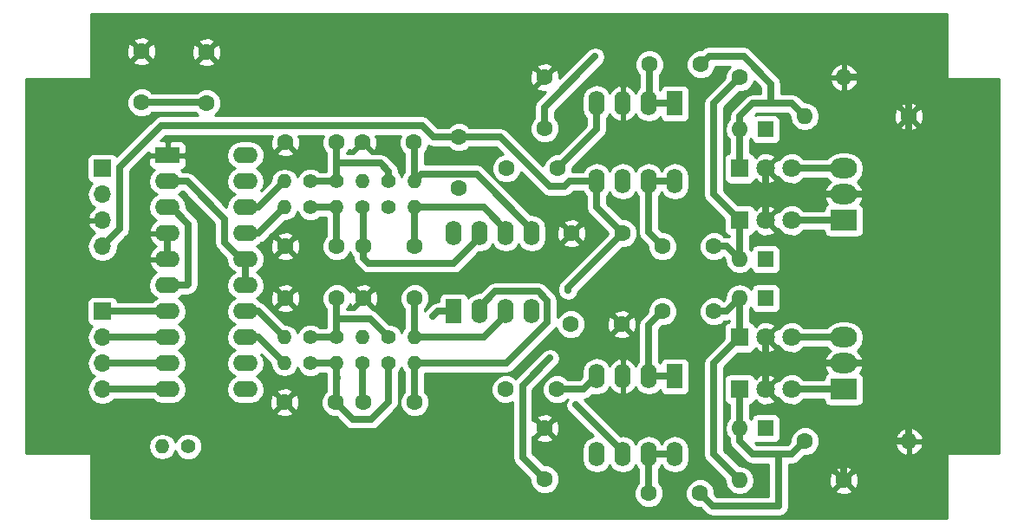
<source format=gbr>
G04 #@! TF.FileFunction,Copper,L1,Top,Signal*
%FSLAX46Y46*%
G04 Gerber Fmt 4.6, Leading zero omitted, Abs format (unit mm)*
G04 Created by KiCad (PCBNEW 4.0.7) date 03/28/18 16:01:48*
%MOMM*%
%LPD*%
G01*
G04 APERTURE LIST*
%ADD10C,0.100000*%
%ADD11C,1.400000*%
%ADD12O,1.400000X1.400000*%
%ADD13C,1.600000*%
%ADD14R,1.600000X1.600000*%
%ADD15O,1.600000X1.600000*%
%ADD16R,1.800000X1.800000*%
%ADD17C,1.800000*%
%ADD18R,1.700000X1.700000*%
%ADD19O,1.700000X1.700000*%
%ADD20R,2.600000X2.000000*%
%ADD21O,2.600000X2.000000*%
%ADD22R,1.600000X2.400000*%
%ADD23O,1.600000X2.400000*%
%ADD24R,2.400000X1.600000*%
%ADD25O,2.400000X1.600000*%
%ADD26C,0.600000*%
%ADD27C,0.700000*%
%ADD28C,0.254000*%
G04 APERTURE END LIST*
D10*
D11*
X138430000Y-106680000D03*
D12*
X135890000Y-106680000D03*
D13*
X147828000Y-89582000D03*
X147828000Y-84582000D03*
X116840000Y-81200000D03*
X116840000Y-76200000D03*
X123190000Y-81280000D03*
X123190000Y-76280000D03*
X135890000Y-85090000D03*
X130890000Y-85090000D03*
X135890000Y-100330000D03*
X130890000Y-100330000D03*
X135890000Y-95250000D03*
X130890000Y-95250000D03*
X135810000Y-110490000D03*
X130810000Y-110490000D03*
X138510000Y-95250000D03*
X143510000Y-95250000D03*
X143430000Y-85090000D03*
X138430000Y-85090000D03*
X138510000Y-110490000D03*
X143510000Y-110490000D03*
X143510000Y-100330000D03*
X138510000Y-100330000D03*
X152480000Y-87630000D03*
X157480000Y-87630000D03*
X152400000Y-109220000D03*
X157400000Y-109220000D03*
X156210000Y-78740000D03*
X156210000Y-83740000D03*
X158830000Y-93980000D03*
X163830000Y-93980000D03*
X163750000Y-102870000D03*
X158750000Y-102870000D03*
X156210000Y-113030000D03*
X156210000Y-118030000D03*
X167720000Y-95250000D03*
X172720000Y-95250000D03*
X166450000Y-77470000D03*
X171450000Y-77470000D03*
X166370000Y-119380000D03*
X171370000Y-119380000D03*
X167720000Y-101600000D03*
X172720000Y-101600000D03*
D14*
X177800000Y-83820000D03*
D15*
X175260000Y-83820000D03*
D14*
X177800000Y-100330000D03*
D15*
X175260000Y-100330000D03*
D14*
X177800000Y-96520000D03*
D15*
X175260000Y-96520000D03*
D14*
X177800000Y-113030000D03*
D15*
X175260000Y-113030000D03*
D16*
X175260000Y-92710000D03*
D17*
X177800000Y-92710000D03*
X180340000Y-92710000D03*
D16*
X175260000Y-87630000D03*
D17*
X177800000Y-87630000D03*
X180340000Y-87630000D03*
D16*
X175260000Y-109220000D03*
D17*
X177800000Y-109220000D03*
X180340000Y-109220000D03*
D16*
X175260000Y-104140000D03*
D17*
X177800000Y-104140000D03*
X180340000Y-104140000D03*
D18*
X113030000Y-101600000D03*
D19*
X113030000Y-104140000D03*
X113030000Y-106680000D03*
X113030000Y-109220000D03*
D18*
X113030000Y-87630000D03*
D19*
X113030000Y-90170000D03*
X113030000Y-92710000D03*
X113030000Y-95250000D03*
D20*
X185420000Y-92710000D03*
D21*
X185420000Y-90170000D03*
X185420000Y-87630000D03*
D20*
X185420000Y-109220000D03*
D21*
X185420000Y-106680000D03*
X185420000Y-104140000D03*
D11*
X121412000Y-114808000D03*
D12*
X118872000Y-114808000D03*
D11*
X133350000Y-91440000D03*
D12*
X130810000Y-91440000D03*
D11*
X133350000Y-88900000D03*
D12*
X130810000Y-88900000D03*
D11*
X133350000Y-106680000D03*
D12*
X130810000Y-106680000D03*
D11*
X133350000Y-104140000D03*
D12*
X130810000Y-104140000D03*
D11*
X138430000Y-91440000D03*
D12*
X135890000Y-91440000D03*
D11*
X135890000Y-88900000D03*
D12*
X138430000Y-88900000D03*
D11*
X135890000Y-104140000D03*
D12*
X138430000Y-104140000D03*
D11*
X140970000Y-91440000D03*
D12*
X143510000Y-91440000D03*
D11*
X140970000Y-88900000D03*
D12*
X143510000Y-88900000D03*
D11*
X140970000Y-106680000D03*
D12*
X143510000Y-106680000D03*
D11*
X140970000Y-104140000D03*
D12*
X143510000Y-104140000D03*
D13*
X175260000Y-78740000D03*
D15*
X185420000Y-78740000D03*
D13*
X191770000Y-82550000D03*
D15*
X181610000Y-82550000D03*
D13*
X181610000Y-114300000D03*
D15*
X191770000Y-114300000D03*
D13*
X185420000Y-118110000D03*
D15*
X175260000Y-118110000D03*
D22*
X147320000Y-101600000D03*
D23*
X154940000Y-93980000D03*
X149860000Y-101600000D03*
X152400000Y-93980000D03*
X152400000Y-101600000D03*
X149860000Y-93980000D03*
X154940000Y-101600000D03*
X147320000Y-93980000D03*
D24*
X119380000Y-86360000D03*
D25*
X127000000Y-109220000D03*
X119380000Y-88900000D03*
X127000000Y-106680000D03*
X119380000Y-91440000D03*
X127000000Y-104140000D03*
X119380000Y-93980000D03*
X127000000Y-101600000D03*
X119380000Y-96520000D03*
X127000000Y-99060000D03*
X119380000Y-99060000D03*
X127000000Y-96520000D03*
X119380000Y-101600000D03*
X127000000Y-93980000D03*
X119380000Y-104140000D03*
X127000000Y-91440000D03*
X119380000Y-106680000D03*
X127000000Y-88900000D03*
X119380000Y-109220000D03*
X127000000Y-86360000D03*
D22*
X168910000Y-81280000D03*
D23*
X161290000Y-88900000D03*
X166370000Y-81280000D03*
X163830000Y-88900000D03*
X163830000Y-81280000D03*
X166370000Y-88900000D03*
X161290000Y-81280000D03*
X168910000Y-88900000D03*
D22*
X168910000Y-107950000D03*
D23*
X161290000Y-115570000D03*
X166370000Y-107950000D03*
X163830000Y-115570000D03*
X163830000Y-107950000D03*
X166370000Y-115570000D03*
X161290000Y-107950000D03*
X168910000Y-115570000D03*
D26*
X145288000Y-102108000D03*
X156718000Y-106172000D03*
X158496000Y-99568000D03*
X159258000Y-110744000D03*
X161148536Y-76708000D03*
D27*
X119380000Y-99060000D02*
X121280000Y-99060000D01*
X121280000Y-99060000D02*
X121430010Y-98909990D01*
X121430010Y-98909990D02*
X121430010Y-93090010D01*
X121430010Y-93090010D02*
X119780000Y-91440000D01*
X119780000Y-91440000D02*
X119380000Y-91440000D01*
X116840000Y-81200000D02*
X123110000Y-81200000D01*
X123110000Y-81200000D02*
X123190000Y-81280000D01*
X185420000Y-116840000D02*
X187960000Y-114300000D01*
X187960000Y-114300000D02*
X191770000Y-114300000D01*
X185420000Y-118110000D02*
X185420000Y-116840000D01*
X189230000Y-78740000D02*
X185420000Y-78740000D01*
X191770000Y-81280000D02*
X189230000Y-78740000D01*
X191770000Y-82550000D02*
X191770000Y-81280000D01*
X191770000Y-88900000D02*
X191770000Y-82550000D01*
X190500000Y-90170000D02*
X191770000Y-88900000D01*
X185420000Y-90170000D02*
X190500000Y-90170000D01*
X191770000Y-109220000D02*
X191770000Y-114300000D01*
X189230000Y-106680000D02*
X191770000Y-109220000D01*
X185420000Y-106680000D02*
X189230000Y-106680000D01*
X177800000Y-106680000D02*
X177800000Y-109220000D01*
X177800000Y-104140000D02*
X177800000Y-106680000D01*
X177800000Y-106680000D02*
X185420000Y-106680000D01*
X177800000Y-90170000D02*
X177800000Y-92710000D01*
X177800000Y-87630000D02*
X177800000Y-90170000D01*
X177800000Y-90170000D02*
X185420000Y-90170000D01*
X119380000Y-93980000D02*
X119380000Y-96520000D01*
X135890000Y-88900000D02*
X135890000Y-87122000D01*
X140970000Y-87910051D02*
X140181949Y-87122000D01*
X135890000Y-87122000D02*
X135890000Y-85090000D01*
X140970000Y-88900000D02*
X140970000Y-87910051D01*
X140181949Y-87122000D02*
X135890000Y-87122000D01*
X133350000Y-88900000D02*
X135890000Y-88900000D01*
X135890000Y-104140000D02*
X135890000Y-102362000D01*
X140970000Y-104140000D02*
X139192000Y-102362000D01*
X135890000Y-102362000D02*
X135890000Y-100330000D01*
X139192000Y-102362000D02*
X135890000Y-102362000D01*
X133350000Y-104140000D02*
X135890000Y-104140000D01*
X135890000Y-91440000D02*
X135890000Y-95250000D01*
X133350000Y-91440000D02*
X135890000Y-91440000D01*
X138510000Y-95250000D02*
X138510000Y-96381370D01*
X138510000Y-96381370D02*
X139028631Y-96900001D01*
X149860000Y-94380000D02*
X149860000Y-93980000D01*
X139028631Y-96900001D02*
X147339999Y-96900001D01*
X147339999Y-96900001D02*
X149860000Y-94380000D01*
X138510000Y-95250000D02*
X138510000Y-91520000D01*
X138510000Y-91520000D02*
X138430000Y-91440000D01*
X147320000Y-101600000D02*
X145796000Y-101600000D01*
X145796000Y-101600000D02*
X145288000Y-102108000D01*
X138430000Y-106680000D02*
X138430000Y-110410000D01*
X138430000Y-110410000D02*
X138510000Y-110490000D01*
X157480000Y-87630000D02*
X161290000Y-83820000D01*
X161290000Y-83820000D02*
X161290000Y-81280000D01*
X157400000Y-109220000D02*
X160020000Y-109220000D01*
X160020000Y-109220000D02*
X161290000Y-107950000D01*
X154050001Y-108839999D02*
X156718000Y-106172000D01*
X156210000Y-118030000D02*
X154050001Y-115870001D01*
X154050001Y-115870001D02*
X154050001Y-108839999D01*
X163830000Y-93980000D02*
X158496000Y-99314000D01*
X158496000Y-99314000D02*
X158496000Y-99568000D01*
X147828000Y-84582000D02*
X145364002Y-84582000D01*
X114730001Y-93549999D02*
X113879999Y-94400001D01*
X113879999Y-94400001D02*
X113030000Y-95250000D01*
X145364002Y-84582000D02*
X144222001Y-83439999D01*
X144222001Y-83439999D02*
X118769999Y-83439999D01*
X118769999Y-83439999D02*
X114730001Y-87479997D01*
X114730001Y-87479997D02*
X114730001Y-93549999D01*
X161290000Y-88900000D02*
X158652002Y-88900000D01*
X158144002Y-89408000D02*
X156700002Y-89408000D01*
X158652002Y-88900000D02*
X158144002Y-89408000D01*
X156700002Y-89408000D02*
X151874002Y-84582000D01*
X151874002Y-84582000D02*
X148959370Y-84582000D01*
X148959370Y-84582000D02*
X147828000Y-84582000D01*
X163830000Y-93980000D02*
X161290000Y-91440000D01*
X161290000Y-91440000D02*
X161290000Y-88900000D01*
X166370000Y-88900000D02*
X166370000Y-93900000D01*
X166370000Y-93900000D02*
X167720000Y-95250000D01*
X168910000Y-88900000D02*
X166370000Y-88900000D01*
X172720000Y-95250000D02*
X173990000Y-95250000D01*
X173990000Y-95250000D02*
X175260000Y-96520000D01*
X175260000Y-78740000D02*
X172720000Y-81280000D01*
X172720000Y-81280000D02*
X172720000Y-90170000D01*
X172720000Y-90170000D02*
X175260000Y-92710000D01*
X175260000Y-92710000D02*
X175260000Y-96520000D01*
X166450000Y-77470000D02*
X166450000Y-81200000D01*
X166450000Y-81200000D02*
X166370000Y-81280000D01*
X168990000Y-81200000D02*
X168910000Y-81280000D01*
X166370000Y-81280000D02*
X168910000Y-81280000D01*
X179070000Y-81280000D02*
X178308000Y-81280000D01*
X178308000Y-81280000D02*
X176530000Y-81280000D01*
X171450000Y-77470000D02*
X172249999Y-76670001D01*
X172249999Y-76670001D02*
X175632003Y-76670001D01*
X175632003Y-76670001D02*
X178308000Y-79345998D01*
X178308000Y-79345998D02*
X178308000Y-81280000D01*
X180340000Y-81280000D02*
X179070000Y-81280000D01*
X175260000Y-82550000D02*
X175260000Y-83820000D01*
X176530000Y-81280000D02*
X175260000Y-82550000D01*
X181610000Y-82550000D02*
X180340000Y-81280000D01*
X175260000Y-83820000D02*
X175260000Y-87630000D01*
X166370000Y-119380000D02*
X166370000Y-115570000D01*
X168910000Y-115570000D02*
X166370000Y-115570000D01*
X177800000Y-115570000D02*
X179070000Y-115570000D01*
X172640000Y-120650000D02*
X171370000Y-119380000D01*
X179070000Y-115570000D02*
X179070000Y-120650000D01*
X179070000Y-120650000D02*
X172640000Y-120650000D01*
X176530000Y-115570000D02*
X177800000Y-115570000D01*
X177800000Y-115570000D02*
X180340000Y-115570000D01*
X180340000Y-115570000D02*
X181610000Y-114300000D01*
X175260000Y-114300000D02*
X176530000Y-115570000D01*
X175260000Y-113030000D02*
X175260000Y-114300000D01*
X175260000Y-109220000D02*
X175260000Y-113030000D01*
X167720000Y-101600000D02*
X166370000Y-102950000D01*
X166370000Y-102950000D02*
X166370000Y-107950000D01*
X166370000Y-107950000D02*
X168910000Y-107950000D01*
X172720000Y-101600000D02*
X173990000Y-101600000D01*
X173990000Y-101600000D02*
X175260000Y-100330000D01*
X175260000Y-118110000D02*
X172720000Y-115570000D01*
X172720000Y-115570000D02*
X172720000Y-106680000D01*
X172720000Y-106680000D02*
X175260000Y-104140000D01*
X175260000Y-100330000D02*
X175260000Y-104140000D01*
X127000000Y-93980000D02*
X128270000Y-93980000D01*
X128270000Y-93980000D02*
X130810000Y-91440000D01*
X127000000Y-91440000D02*
X128270000Y-91440000D01*
X128270000Y-91440000D02*
X130810000Y-88900000D01*
X127000000Y-104140000D02*
X128270000Y-104140000D01*
X128270000Y-104140000D02*
X130810000Y-106680000D01*
X127000000Y-101600000D02*
X128270000Y-101600000D01*
X128270000Y-101600000D02*
X130810000Y-104140000D01*
X113030000Y-101600000D02*
X119380000Y-101600000D01*
X113030000Y-104140000D02*
X119380000Y-104140000D01*
X113030000Y-106680000D02*
X119380000Y-106680000D01*
X113030000Y-109220000D02*
X119380000Y-109220000D01*
X159258000Y-110744000D02*
X163830000Y-115316000D01*
X163830000Y-115316000D02*
X163830000Y-115570000D01*
X156210000Y-83740000D02*
X156210000Y-81646536D01*
X156210000Y-81646536D02*
X161148536Y-76708000D01*
X140970000Y-106680000D02*
X140970000Y-110472002D01*
X140970000Y-110472002D02*
X139302001Y-112140001D01*
X137460001Y-112140001D02*
X136609999Y-111289999D01*
X139302001Y-112140001D02*
X137460001Y-112140001D01*
X136609999Y-111289999D02*
X135810000Y-110490000D01*
X135890000Y-106680000D02*
X135890000Y-108204000D01*
X135890000Y-108204000D02*
X135890000Y-110410000D01*
X135963999Y-108130001D02*
X135890000Y-108204000D01*
X135890000Y-110410000D02*
X135810000Y-110490000D01*
X133350000Y-106680000D02*
X135890000Y-106680000D01*
X143510000Y-91440000D02*
X150260000Y-91440000D01*
X150260000Y-91440000D02*
X152400000Y-93580000D01*
X152400000Y-93580000D02*
X152400000Y-93980000D01*
X143510000Y-91440000D02*
X143510000Y-95250000D01*
X143510000Y-88900000D02*
X144209999Y-88200001D01*
X144209999Y-88200001D02*
X149560001Y-88200001D01*
X149560001Y-88200001D02*
X154940000Y-93580000D01*
X154940000Y-93580000D02*
X154940000Y-93980000D01*
X143510000Y-88900000D02*
X143510000Y-85170000D01*
X143510000Y-85170000D02*
X143430000Y-85090000D01*
X143510000Y-106680000D02*
X152452045Y-106680000D01*
X152452045Y-106680000D02*
X156490010Y-102642035D01*
X156490010Y-102642035D02*
X156490010Y-100557965D01*
X156490010Y-100557965D02*
X155582035Y-99649990D01*
X155582035Y-99649990D02*
X151410010Y-99649990D01*
X151410010Y-99649990D02*
X149860000Y-101200000D01*
X149860000Y-101200000D02*
X149860000Y-101600000D01*
X149860000Y-101600000D02*
X149860000Y-101830798D01*
X143510000Y-106680000D02*
X143510000Y-110490000D01*
X143510000Y-104140000D02*
X150260000Y-104140000D01*
X150260000Y-104140000D02*
X152400000Y-102000000D01*
X152400000Y-102000000D02*
X152400000Y-101600000D01*
X143510000Y-104140000D02*
X143510000Y-100330000D01*
X180340000Y-92710000D02*
X185420000Y-92710000D01*
X180340000Y-87630000D02*
X185420000Y-87630000D01*
X180340000Y-109220000D02*
X185420000Y-109220000D01*
X180340000Y-104140000D02*
X185420000Y-104140000D01*
X127000000Y-99060000D02*
X127000000Y-96520000D01*
X119380000Y-88900000D02*
X121280000Y-88900000D01*
X121280000Y-88900000D02*
X124949990Y-92569990D01*
X124949990Y-92569990D02*
X124949990Y-94869990D01*
X124949990Y-94869990D02*
X126600000Y-96520000D01*
X126600000Y-96520000D02*
X127000000Y-96520000D01*
X127000000Y-86360000D02*
X126600000Y-86360000D01*
D28*
G36*
X195453000Y-121793000D02*
X111887000Y-121793000D01*
X111887000Y-114808000D01*
X117510846Y-114808000D01*
X117612467Y-115318882D01*
X117901858Y-115751988D01*
X118334964Y-116041379D01*
X118845846Y-116143000D01*
X118898154Y-116143000D01*
X119409036Y-116041379D01*
X119842142Y-115751988D01*
X120131533Y-115318882D01*
X120146835Y-115241955D01*
X120279582Y-115563229D01*
X120654796Y-115939098D01*
X121145287Y-116142768D01*
X121676383Y-116143231D01*
X122167229Y-115940418D01*
X122543098Y-115565204D01*
X122746768Y-115074713D01*
X122747231Y-114543617D01*
X122544418Y-114052771D01*
X122169204Y-113676902D01*
X121678713Y-113473232D01*
X121147617Y-113472769D01*
X120656771Y-113675582D01*
X120280902Y-114050796D01*
X120146784Y-114373788D01*
X120131533Y-114297118D01*
X119842142Y-113864012D01*
X119409036Y-113574621D01*
X118898154Y-113473000D01*
X118845846Y-113473000D01*
X118334964Y-113574621D01*
X117901858Y-113864012D01*
X117612467Y-114297118D01*
X117510846Y-114808000D01*
X111887000Y-114808000D01*
X111887000Y-111497745D01*
X129981861Y-111497745D01*
X130055995Y-111743864D01*
X130593223Y-111936965D01*
X131163454Y-111909778D01*
X131564005Y-111743864D01*
X131638139Y-111497745D01*
X130810000Y-110669605D01*
X129981861Y-111497745D01*
X111887000Y-111497745D01*
X111887000Y-110174491D01*
X111950853Y-110270054D01*
X112432622Y-110591961D01*
X113000907Y-110705000D01*
X113059093Y-110705000D01*
X113627378Y-110591961D01*
X114109147Y-110270054D01*
X114152615Y-110205000D01*
X117909508Y-110205000D01*
X117929352Y-110234698D01*
X118394899Y-110545767D01*
X118944050Y-110655000D01*
X119815950Y-110655000D01*
X120365101Y-110545767D01*
X120830648Y-110234698D01*
X121141717Y-109769151D01*
X121250950Y-109220000D01*
X121141717Y-108670849D01*
X120830648Y-108205302D01*
X120448562Y-107950000D01*
X120830648Y-107694698D01*
X121141717Y-107229151D01*
X121250950Y-106680000D01*
X121141717Y-106130849D01*
X120830648Y-105665302D01*
X120448562Y-105410000D01*
X120830648Y-105154698D01*
X121141717Y-104689151D01*
X121250950Y-104140000D01*
X121141717Y-103590849D01*
X120830648Y-103125302D01*
X120448562Y-102870000D01*
X120830648Y-102614698D01*
X121141717Y-102149151D01*
X121250950Y-101600000D01*
X121141717Y-101050849D01*
X120830648Y-100585302D01*
X120448562Y-100330000D01*
X120830648Y-100074698D01*
X120850492Y-100045000D01*
X121280000Y-100045000D01*
X121656943Y-99970021D01*
X121976500Y-99756500D01*
X122126510Y-99606490D01*
X122340031Y-99286933D01*
X122415010Y-98909990D01*
X122415010Y-93090010D01*
X122340031Y-92713067D01*
X122311241Y-92669979D01*
X122126511Y-92393510D01*
X121238017Y-91505017D01*
X121250950Y-91440000D01*
X121141717Y-90890849D01*
X120830648Y-90425302D01*
X120448562Y-90170000D01*
X120830648Y-89914698D01*
X120850492Y-89885000D01*
X120872000Y-89885000D01*
X123964990Y-92977990D01*
X123964990Y-94869990D01*
X124039969Y-95246933D01*
X124253490Y-95566490D01*
X125141983Y-96454983D01*
X125129050Y-96520000D01*
X125238283Y-97069151D01*
X125549352Y-97534698D01*
X125931438Y-97790000D01*
X125549352Y-98045302D01*
X125238283Y-98510849D01*
X125129050Y-99060000D01*
X125238283Y-99609151D01*
X125549352Y-100074698D01*
X125931438Y-100330000D01*
X125549352Y-100585302D01*
X125238283Y-101050849D01*
X125129050Y-101600000D01*
X125238283Y-102149151D01*
X125549352Y-102614698D01*
X125931438Y-102870000D01*
X125549352Y-103125302D01*
X125238283Y-103590849D01*
X125129050Y-104140000D01*
X125238283Y-104689151D01*
X125549352Y-105154698D01*
X125931438Y-105410000D01*
X125549352Y-105665302D01*
X125238283Y-106130849D01*
X125129050Y-106680000D01*
X125238283Y-107229151D01*
X125549352Y-107694698D01*
X125931438Y-107950000D01*
X125549352Y-108205302D01*
X125238283Y-108670849D01*
X125129050Y-109220000D01*
X125238283Y-109769151D01*
X125549352Y-110234698D01*
X126014899Y-110545767D01*
X126564050Y-110655000D01*
X127435950Y-110655000D01*
X127985101Y-110545767D01*
X128392991Y-110273223D01*
X129363035Y-110273223D01*
X129390222Y-110843454D01*
X129556136Y-111244005D01*
X129802255Y-111318139D01*
X130630395Y-110490000D01*
X130989605Y-110490000D01*
X131817745Y-111318139D01*
X132063864Y-111244005D01*
X132256965Y-110706777D01*
X132229778Y-110136546D01*
X132063864Y-109735995D01*
X131817745Y-109661861D01*
X130989605Y-110490000D01*
X130630395Y-110490000D01*
X129802255Y-109661861D01*
X129556136Y-109735995D01*
X129363035Y-110273223D01*
X128392991Y-110273223D01*
X128450648Y-110234698D01*
X128761717Y-109769151D01*
X128818784Y-109482255D01*
X129981861Y-109482255D01*
X130810000Y-110310395D01*
X131638139Y-109482255D01*
X131564005Y-109236136D01*
X131026777Y-109043035D01*
X130456546Y-109070222D01*
X130055995Y-109236136D01*
X129981861Y-109482255D01*
X128818784Y-109482255D01*
X128870950Y-109220000D01*
X128761717Y-108670849D01*
X128450648Y-108205302D01*
X128068562Y-107950000D01*
X128450648Y-107694698D01*
X128761717Y-107229151D01*
X128870950Y-106680000D01*
X128761717Y-106130849D01*
X128548001Y-105811001D01*
X129456753Y-106719753D01*
X129550467Y-107190882D01*
X129839858Y-107623988D01*
X130272964Y-107913379D01*
X130783846Y-108015000D01*
X130836154Y-108015000D01*
X131347036Y-107913379D01*
X131780142Y-107623988D01*
X132069533Y-107190882D01*
X132084835Y-107113955D01*
X132217582Y-107435229D01*
X132592796Y-107811098D01*
X133083287Y-108014768D01*
X133614383Y-108015231D01*
X134105229Y-107812418D01*
X134252904Y-107665000D01*
X134905000Y-107665000D01*
X134905000Y-109365795D01*
X134594176Y-109676077D01*
X134375250Y-110203309D01*
X134374752Y-110774187D01*
X134592757Y-111301800D01*
X134996077Y-111705824D01*
X135523309Y-111924750D01*
X135852037Y-111925037D01*
X136763501Y-112836501D01*
X137083058Y-113050022D01*
X137460001Y-113125001D01*
X139302001Y-113125001D01*
X139678944Y-113050022D01*
X139998501Y-112836501D01*
X141666500Y-111168502D01*
X141880021Y-110848945D01*
X141955000Y-110472002D01*
X141955000Y-107583047D01*
X142101098Y-107437204D01*
X142235216Y-107114212D01*
X142250467Y-107190882D01*
X142525000Y-107601751D01*
X142525000Y-109445655D01*
X142294176Y-109676077D01*
X142075250Y-110203309D01*
X142074752Y-110774187D01*
X142292757Y-111301800D01*
X142696077Y-111705824D01*
X143223309Y-111924750D01*
X143794187Y-111925248D01*
X144321800Y-111707243D01*
X144725824Y-111303923D01*
X144944750Y-110776691D01*
X144945248Y-110205813D01*
X144727243Y-109678200D01*
X144553533Y-109504187D01*
X150964752Y-109504187D01*
X151182757Y-110031800D01*
X151586077Y-110435824D01*
X152113309Y-110654750D01*
X152684187Y-110655248D01*
X153065001Y-110497899D01*
X153065001Y-115870001D01*
X153139980Y-116246944D01*
X153353501Y-116566501D01*
X154775037Y-117988037D01*
X154774752Y-118314187D01*
X154992757Y-118841800D01*
X155396077Y-119245824D01*
X155923309Y-119464750D01*
X156494187Y-119465248D01*
X157021800Y-119247243D01*
X157425824Y-118843923D01*
X157644750Y-118316691D01*
X157645248Y-117745813D01*
X157427243Y-117218200D01*
X157023923Y-116814176D01*
X156496691Y-116595250D01*
X156167963Y-116594963D01*
X155035001Y-115462001D01*
X155035001Y-114037745D01*
X155381861Y-114037745D01*
X155455995Y-114283864D01*
X155993223Y-114476965D01*
X156563454Y-114449778D01*
X156964005Y-114283864D01*
X157038139Y-114037745D01*
X156210000Y-113209605D01*
X155381861Y-114037745D01*
X155035001Y-114037745D01*
X155035001Y-113807760D01*
X155202255Y-113858139D01*
X156030395Y-113030000D01*
X156389605Y-113030000D01*
X157217745Y-113858139D01*
X157463864Y-113784005D01*
X157656965Y-113246777D01*
X157629778Y-112676546D01*
X157463864Y-112275995D01*
X157217745Y-112201861D01*
X156389605Y-113030000D01*
X156030395Y-113030000D01*
X155202255Y-112201861D01*
X155035001Y-112252240D01*
X155035001Y-112022255D01*
X155381861Y-112022255D01*
X156210000Y-112850395D01*
X157038139Y-112022255D01*
X156964005Y-111776136D01*
X156426777Y-111583035D01*
X155856546Y-111610222D01*
X155455995Y-111776136D01*
X155381861Y-112022255D01*
X155035001Y-112022255D01*
X155035001Y-109504187D01*
X155964752Y-109504187D01*
X156182757Y-110031800D01*
X156586077Y-110435824D01*
X157113309Y-110654750D01*
X157684187Y-110655248D01*
X158211800Y-110437243D01*
X158444448Y-110205000D01*
X158456262Y-110205000D01*
X158347979Y-110367057D01*
X158273000Y-110744000D01*
X158347979Y-111120943D01*
X158561500Y-111440500D01*
X160898020Y-113777020D01*
X160740849Y-113808283D01*
X160275302Y-114119352D01*
X159964233Y-114584899D01*
X159855000Y-115134050D01*
X159855000Y-116005950D01*
X159964233Y-116555101D01*
X160275302Y-117020648D01*
X160740849Y-117331717D01*
X161290000Y-117440950D01*
X161839151Y-117331717D01*
X162304698Y-117020648D01*
X162560000Y-116638562D01*
X162815302Y-117020648D01*
X163280849Y-117331717D01*
X163830000Y-117440950D01*
X164379151Y-117331717D01*
X164844698Y-117020648D01*
X165100000Y-116638562D01*
X165355302Y-117020648D01*
X165385000Y-117040492D01*
X165385000Y-118335655D01*
X165154176Y-118566077D01*
X164935250Y-119093309D01*
X164934752Y-119664187D01*
X165152757Y-120191800D01*
X165556077Y-120595824D01*
X166083309Y-120814750D01*
X166654187Y-120815248D01*
X167181800Y-120597243D01*
X167585824Y-120193923D01*
X167804750Y-119666691D01*
X167804752Y-119664187D01*
X169934752Y-119664187D01*
X170152757Y-120191800D01*
X170556077Y-120595824D01*
X171083309Y-120814750D01*
X171412037Y-120815037D01*
X171943500Y-121346500D01*
X172263057Y-121560021D01*
X172640000Y-121635000D01*
X179070000Y-121635000D01*
X179446943Y-121560021D01*
X179766500Y-121346500D01*
X179980021Y-121026943D01*
X180055000Y-120650000D01*
X180055000Y-119117745D01*
X184591861Y-119117745D01*
X184665995Y-119363864D01*
X185203223Y-119556965D01*
X185773454Y-119529778D01*
X186174005Y-119363864D01*
X186248139Y-119117745D01*
X185420000Y-118289605D01*
X184591861Y-119117745D01*
X180055000Y-119117745D01*
X180055000Y-117893223D01*
X183973035Y-117893223D01*
X184000222Y-118463454D01*
X184166136Y-118864005D01*
X184412255Y-118938139D01*
X185240395Y-118110000D01*
X185599605Y-118110000D01*
X186427745Y-118938139D01*
X186673864Y-118864005D01*
X186866965Y-118326777D01*
X186839778Y-117756546D01*
X186673864Y-117355995D01*
X186427745Y-117281861D01*
X185599605Y-118110000D01*
X185240395Y-118110000D01*
X184412255Y-117281861D01*
X184166136Y-117355995D01*
X183973035Y-117893223D01*
X180055000Y-117893223D01*
X180055000Y-117102255D01*
X184591861Y-117102255D01*
X185420000Y-117930395D01*
X186248139Y-117102255D01*
X186174005Y-116856136D01*
X185636777Y-116663035D01*
X185066546Y-116690222D01*
X184665995Y-116856136D01*
X184591861Y-117102255D01*
X180055000Y-117102255D01*
X180055000Y-116555000D01*
X180340000Y-116555000D01*
X180716943Y-116480021D01*
X181036500Y-116266500D01*
X181568037Y-115734963D01*
X181894187Y-115735248D01*
X182421800Y-115517243D01*
X182825824Y-115113923D01*
X183018860Y-114649039D01*
X190378096Y-114649039D01*
X190538959Y-115037423D01*
X190914866Y-115452389D01*
X191420959Y-115691914D01*
X191643000Y-115570629D01*
X191643000Y-114427000D01*
X191897000Y-114427000D01*
X191897000Y-115570629D01*
X192119041Y-115691914D01*
X192625134Y-115452389D01*
X193001041Y-115037423D01*
X193161904Y-114649039D01*
X193039915Y-114427000D01*
X191897000Y-114427000D01*
X191643000Y-114427000D01*
X190500085Y-114427000D01*
X190378096Y-114649039D01*
X183018860Y-114649039D01*
X183044750Y-114586691D01*
X183045248Y-114015813D01*
X183018452Y-113950961D01*
X190378096Y-113950961D01*
X190500085Y-114173000D01*
X191643000Y-114173000D01*
X191643000Y-113029371D01*
X191897000Y-113029371D01*
X191897000Y-114173000D01*
X193039915Y-114173000D01*
X193161904Y-113950961D01*
X193001041Y-113562577D01*
X192625134Y-113147611D01*
X192119041Y-112908086D01*
X191897000Y-113029371D01*
X191643000Y-113029371D01*
X191420959Y-112908086D01*
X190914866Y-113147611D01*
X190538959Y-113562577D01*
X190378096Y-113950961D01*
X183018452Y-113950961D01*
X182827243Y-113488200D01*
X182423923Y-113084176D01*
X181896691Y-112865250D01*
X181325813Y-112864752D01*
X180798200Y-113082757D01*
X180394176Y-113486077D01*
X180175250Y-114013309D01*
X180174963Y-114342037D01*
X179932000Y-114585000D01*
X176938000Y-114585000D01*
X176787384Y-114434384D01*
X177000000Y-114477440D01*
X178600000Y-114477440D01*
X178835317Y-114433162D01*
X179051441Y-114294090D01*
X179196431Y-114081890D01*
X179247440Y-113830000D01*
X179247440Y-112230000D01*
X179203162Y-111994683D01*
X179064090Y-111778559D01*
X178851890Y-111633569D01*
X178600000Y-111582560D01*
X177000000Y-111582560D01*
X176764683Y-111626838D01*
X176548559Y-111765910D01*
X176403569Y-111978110D01*
X176374355Y-112122375D01*
X176302811Y-112015302D01*
X176245000Y-111976674D01*
X176245000Y-110751446D01*
X176395317Y-110723162D01*
X176611441Y-110584090D01*
X176750598Y-110380426D01*
X176784890Y-110414718D01*
X176899447Y-110300161D01*
X176985852Y-110556643D01*
X177559336Y-110766458D01*
X178169460Y-110740839D01*
X178614148Y-110556643D01*
X178700554Y-110300159D01*
X177800000Y-109399605D01*
X177785858Y-109413748D01*
X177606253Y-109234143D01*
X177620395Y-109220000D01*
X177979605Y-109220000D01*
X178880159Y-110120554D01*
X179030327Y-110069965D01*
X179037932Y-110088371D01*
X179469357Y-110520551D01*
X180033330Y-110754733D01*
X180643991Y-110755265D01*
X181208371Y-110522068D01*
X181525994Y-110205000D01*
X183472560Y-110205000D01*
X183472560Y-110220000D01*
X183516838Y-110455317D01*
X183655910Y-110671441D01*
X183868110Y-110816431D01*
X184120000Y-110867440D01*
X186720000Y-110867440D01*
X186955317Y-110823162D01*
X187171441Y-110684090D01*
X187316431Y-110471890D01*
X187367440Y-110220000D01*
X187367440Y-108220000D01*
X187323162Y-107984683D01*
X187184090Y-107768559D01*
X187017380Y-107654651D01*
X187279144Y-107188355D01*
X187310124Y-107060434D01*
X187190777Y-106807000D01*
X185547000Y-106807000D01*
X185547000Y-106827000D01*
X185293000Y-106827000D01*
X185293000Y-106807000D01*
X183649223Y-106807000D01*
X183529876Y-107060434D01*
X183560856Y-107188355D01*
X183823495Y-107656211D01*
X183668559Y-107755910D01*
X183523569Y-107968110D01*
X183472560Y-108220000D01*
X183472560Y-108235000D01*
X181525643Y-108235000D01*
X181210643Y-107919449D01*
X180646670Y-107685267D01*
X180036009Y-107684735D01*
X179471629Y-107917932D01*
X179039449Y-108349357D01*
X179030797Y-108370194D01*
X178880159Y-108319446D01*
X177979605Y-109220000D01*
X177620395Y-109220000D01*
X177606253Y-109205858D01*
X177785858Y-109026253D01*
X177800000Y-109040395D01*
X178700554Y-108139841D01*
X178614148Y-107883357D01*
X178040664Y-107673542D01*
X177430540Y-107699161D01*
X176985852Y-107883357D01*
X176899447Y-108139839D01*
X176784890Y-108025282D01*
X176748412Y-108061760D01*
X176624090Y-107868559D01*
X176411890Y-107723569D01*
X176160000Y-107672560D01*
X174360000Y-107672560D01*
X174124683Y-107716838D01*
X173908559Y-107855910D01*
X173763569Y-108068110D01*
X173712560Y-108320000D01*
X173712560Y-110120000D01*
X173756838Y-110355317D01*
X173895910Y-110571441D01*
X174108110Y-110716431D01*
X174275000Y-110750227D01*
X174275000Y-111976674D01*
X174217189Y-112015302D01*
X173906120Y-112480849D01*
X173796887Y-113030000D01*
X173906120Y-113579151D01*
X174217189Y-114044698D01*
X174275000Y-114083326D01*
X174275000Y-114300000D01*
X174349979Y-114676943D01*
X174563500Y-114996500D01*
X175833500Y-116266500D01*
X176153057Y-116480021D01*
X176530000Y-116555000D01*
X178085000Y-116555000D01*
X178085000Y-119665000D01*
X173048000Y-119665000D01*
X172804963Y-119421963D01*
X172805248Y-119095813D01*
X172587243Y-118568200D01*
X172183923Y-118164176D01*
X171656691Y-117945250D01*
X171085813Y-117944752D01*
X170558200Y-118162757D01*
X170154176Y-118566077D01*
X169935250Y-119093309D01*
X169934752Y-119664187D01*
X167804752Y-119664187D01*
X167805248Y-119095813D01*
X167587243Y-118568200D01*
X167355000Y-118335552D01*
X167355000Y-117040492D01*
X167384698Y-117020648D01*
X167640000Y-116638562D01*
X167895302Y-117020648D01*
X168360849Y-117331717D01*
X168910000Y-117440950D01*
X169459151Y-117331717D01*
X169924698Y-117020648D01*
X170235767Y-116555101D01*
X170345000Y-116005950D01*
X170345000Y-115134050D01*
X170235767Y-114584899D01*
X169924698Y-114119352D01*
X169459151Y-113808283D01*
X168910000Y-113699050D01*
X168360849Y-113808283D01*
X167895302Y-114119352D01*
X167640000Y-114501438D01*
X167384698Y-114119352D01*
X166919151Y-113808283D01*
X166370000Y-113699050D01*
X165820849Y-113808283D01*
X165355302Y-114119352D01*
X165100000Y-114501438D01*
X164844698Y-114119352D01*
X164379151Y-113808283D01*
X163830000Y-113699050D01*
X163643206Y-113736206D01*
X160096736Y-110189736D01*
X160396943Y-110130021D01*
X160716500Y-109916500D01*
X160891347Y-109741653D01*
X161290000Y-109820950D01*
X161839151Y-109711717D01*
X162304698Y-109400648D01*
X162557507Y-109022293D01*
X162905104Y-109454500D01*
X163398181Y-109724367D01*
X163480961Y-109741904D01*
X163703000Y-109619915D01*
X163703000Y-108077000D01*
X163683000Y-108077000D01*
X163683000Y-107823000D01*
X163703000Y-107823000D01*
X163703000Y-106280085D01*
X163957000Y-106280085D01*
X163957000Y-107823000D01*
X163977000Y-107823000D01*
X163977000Y-108077000D01*
X163957000Y-108077000D01*
X163957000Y-109619915D01*
X164179039Y-109741904D01*
X164261819Y-109724367D01*
X164754896Y-109454500D01*
X165102493Y-109022293D01*
X165355302Y-109400648D01*
X165820849Y-109711717D01*
X166370000Y-109820950D01*
X166919151Y-109711717D01*
X167384698Y-109400648D01*
X167482251Y-109254650D01*
X167506838Y-109385317D01*
X167645910Y-109601441D01*
X167858110Y-109746431D01*
X168110000Y-109797440D01*
X169710000Y-109797440D01*
X169945317Y-109753162D01*
X170161441Y-109614090D01*
X170306431Y-109401890D01*
X170357440Y-109150000D01*
X170357440Y-106750000D01*
X170313162Y-106514683D01*
X170174090Y-106298559D01*
X169961890Y-106153569D01*
X169710000Y-106102560D01*
X168110000Y-106102560D01*
X167874683Y-106146838D01*
X167658559Y-106285910D01*
X167513569Y-106498110D01*
X167483403Y-106647074D01*
X167384698Y-106499352D01*
X167355000Y-106479508D01*
X167355000Y-103358000D01*
X167678037Y-103034963D01*
X168004187Y-103035248D01*
X168531800Y-102817243D01*
X168935824Y-102413923D01*
X169154750Y-101886691D01*
X169154752Y-101884187D01*
X171284752Y-101884187D01*
X171502757Y-102411800D01*
X171906077Y-102815824D01*
X172433309Y-103034750D01*
X173004187Y-103035248D01*
X173531800Y-102817243D01*
X173764448Y-102585000D01*
X173990000Y-102585000D01*
X174275000Y-102528310D01*
X174275000Y-102608554D01*
X174124683Y-102636838D01*
X173908559Y-102775910D01*
X173763569Y-102988110D01*
X173712560Y-103240000D01*
X173712560Y-104294440D01*
X172023500Y-105983500D01*
X171809979Y-106303057D01*
X171735000Y-106680000D01*
X171735000Y-115570000D01*
X171809979Y-115946943D01*
X172023500Y-116266500D01*
X173808520Y-118051520D01*
X173796887Y-118110000D01*
X173906120Y-118659151D01*
X174217189Y-119124698D01*
X174682736Y-119435767D01*
X175231887Y-119545000D01*
X175288113Y-119545000D01*
X175837264Y-119435767D01*
X176302811Y-119124698D01*
X176613880Y-118659151D01*
X176723113Y-118110000D01*
X176613880Y-117560849D01*
X176302811Y-117095302D01*
X175837264Y-116784233D01*
X175288113Y-116675000D01*
X175231887Y-116675000D01*
X175220304Y-116677304D01*
X173705000Y-115162000D01*
X173705000Y-107088000D01*
X175105560Y-105687440D01*
X176160000Y-105687440D01*
X176395317Y-105643162D01*
X176611441Y-105504090D01*
X176750598Y-105300426D01*
X176784890Y-105334718D01*
X176899447Y-105220161D01*
X176985852Y-105476643D01*
X177559336Y-105686458D01*
X178169460Y-105660839D01*
X178614148Y-105476643D01*
X178700554Y-105220159D01*
X177800000Y-104319605D01*
X177785858Y-104333748D01*
X177606253Y-104154143D01*
X177620395Y-104140000D01*
X177979605Y-104140000D01*
X178880159Y-105040554D01*
X179030327Y-104989965D01*
X179037932Y-105008371D01*
X179469357Y-105440551D01*
X180033330Y-105674733D01*
X180643991Y-105675265D01*
X181208371Y-105442068D01*
X181525994Y-105125000D01*
X183811633Y-105125000D01*
X183925971Y-105296120D01*
X184116188Y-105423219D01*
X183874078Y-105613683D01*
X183560856Y-106171645D01*
X183529876Y-106299566D01*
X183649223Y-106553000D01*
X185293000Y-106553000D01*
X185293000Y-106533000D01*
X185547000Y-106533000D01*
X185547000Y-106553000D01*
X187190777Y-106553000D01*
X187310124Y-106299566D01*
X187279144Y-106171645D01*
X186965922Y-105613683D01*
X186723812Y-105423219D01*
X186914029Y-105296120D01*
X187268452Y-104765687D01*
X187392909Y-104140000D01*
X187268452Y-103514313D01*
X186914029Y-102983880D01*
X186383596Y-102629457D01*
X185757909Y-102505000D01*
X185082091Y-102505000D01*
X184456404Y-102629457D01*
X183925971Y-102983880D01*
X183811633Y-103155000D01*
X181525643Y-103155000D01*
X181210643Y-102839449D01*
X180646670Y-102605267D01*
X180036009Y-102604735D01*
X179471629Y-102837932D01*
X179039449Y-103269357D01*
X179030797Y-103290194D01*
X178880159Y-103239446D01*
X177979605Y-104140000D01*
X177620395Y-104140000D01*
X177606253Y-104125858D01*
X177785858Y-103946253D01*
X177800000Y-103960395D01*
X178700554Y-103059841D01*
X178614148Y-102803357D01*
X178040664Y-102593542D01*
X177430540Y-102619161D01*
X176985852Y-102803357D01*
X176899447Y-103059839D01*
X176784890Y-102945282D01*
X176748412Y-102981760D01*
X176624090Y-102788559D01*
X176411890Y-102643569D01*
X176245000Y-102609773D01*
X176245000Y-101383326D01*
X176302811Y-101344698D01*
X176373150Y-101239428D01*
X176396838Y-101365317D01*
X176535910Y-101581441D01*
X176748110Y-101726431D01*
X177000000Y-101777440D01*
X178600000Y-101777440D01*
X178835317Y-101733162D01*
X179051441Y-101594090D01*
X179196431Y-101381890D01*
X179247440Y-101130000D01*
X179247440Y-99530000D01*
X179203162Y-99294683D01*
X179064090Y-99078559D01*
X178851890Y-98933569D01*
X178600000Y-98882560D01*
X177000000Y-98882560D01*
X176764683Y-98926838D01*
X176548559Y-99065910D01*
X176403569Y-99278110D01*
X176374355Y-99422375D01*
X176302811Y-99315302D01*
X175837264Y-99004233D01*
X175288113Y-98895000D01*
X175231887Y-98895000D01*
X174682736Y-99004233D01*
X174217189Y-99315302D01*
X173906120Y-99780849D01*
X173796887Y-100330000D01*
X173808520Y-100388480D01*
X173673252Y-100523748D01*
X173533923Y-100384176D01*
X173006691Y-100165250D01*
X172435813Y-100164752D01*
X171908200Y-100382757D01*
X171504176Y-100786077D01*
X171285250Y-101313309D01*
X171284752Y-101884187D01*
X169154752Y-101884187D01*
X169155248Y-101315813D01*
X168937243Y-100788200D01*
X168533923Y-100384176D01*
X168006691Y-100165250D01*
X167435813Y-100164752D01*
X166908200Y-100382757D01*
X166504176Y-100786077D01*
X166285250Y-101313309D01*
X166284963Y-101642037D01*
X165673500Y-102253500D01*
X165459979Y-102573057D01*
X165385000Y-102950000D01*
X165385000Y-106479508D01*
X165355302Y-106499352D01*
X165102493Y-106877707D01*
X164754896Y-106445500D01*
X164261819Y-106175633D01*
X164179039Y-106158096D01*
X163957000Y-106280085D01*
X163703000Y-106280085D01*
X163480961Y-106158096D01*
X163398181Y-106175633D01*
X162905104Y-106445500D01*
X162557507Y-106877707D01*
X162304698Y-106499352D01*
X161839151Y-106188283D01*
X161290000Y-106079050D01*
X160740849Y-106188283D01*
X160275302Y-106499352D01*
X159964233Y-106964899D01*
X159855000Y-107514050D01*
X159855000Y-107992000D01*
X159612000Y-108235000D01*
X158444345Y-108235000D01*
X158213923Y-108004176D01*
X157686691Y-107785250D01*
X157115813Y-107784752D01*
X156588200Y-108002757D01*
X156184176Y-108406077D01*
X155965250Y-108933309D01*
X155964752Y-109504187D01*
X155035001Y-109504187D01*
X155035001Y-109247999D01*
X157414500Y-106868500D01*
X157628021Y-106548943D01*
X157702999Y-106172000D01*
X157628021Y-105795057D01*
X157414500Y-105475500D01*
X157094943Y-105261979D01*
X156718000Y-105187001D01*
X156341057Y-105261979D01*
X156021500Y-105475500D01*
X153353501Y-108143499D01*
X153353301Y-108143798D01*
X153213923Y-108004176D01*
X152686691Y-107785250D01*
X152115813Y-107784752D01*
X151588200Y-108002757D01*
X151184176Y-108406077D01*
X150965250Y-108933309D01*
X150964752Y-109504187D01*
X144553533Y-109504187D01*
X144495000Y-109445552D01*
X144495000Y-107665000D01*
X152452045Y-107665000D01*
X152828988Y-107590021D01*
X153148545Y-107376500D01*
X157186510Y-103338535D01*
X157314759Y-103146597D01*
X157314752Y-103154187D01*
X157532757Y-103681800D01*
X157936077Y-104085824D01*
X158463309Y-104304750D01*
X159034187Y-104305248D01*
X159561800Y-104087243D01*
X159771663Y-103877745D01*
X162921861Y-103877745D01*
X162995995Y-104123864D01*
X163533223Y-104316965D01*
X164103454Y-104289778D01*
X164504005Y-104123864D01*
X164578139Y-103877745D01*
X163750000Y-103049605D01*
X162921861Y-103877745D01*
X159771663Y-103877745D01*
X159965824Y-103683923D01*
X160184750Y-103156691D01*
X160185189Y-102653223D01*
X162303035Y-102653223D01*
X162330222Y-103223454D01*
X162496136Y-103624005D01*
X162742255Y-103698139D01*
X163570395Y-102870000D01*
X163929605Y-102870000D01*
X164757745Y-103698139D01*
X165003864Y-103624005D01*
X165196965Y-103086777D01*
X165169778Y-102516546D01*
X165003864Y-102115995D01*
X164757745Y-102041861D01*
X163929605Y-102870000D01*
X163570395Y-102870000D01*
X162742255Y-102041861D01*
X162496136Y-102115995D01*
X162303035Y-102653223D01*
X160185189Y-102653223D01*
X160185248Y-102585813D01*
X159967243Y-102058200D01*
X159771640Y-101862255D01*
X162921861Y-101862255D01*
X163750000Y-102690395D01*
X164578139Y-101862255D01*
X164504005Y-101616136D01*
X163966777Y-101423035D01*
X163396546Y-101450222D01*
X162995995Y-101616136D01*
X162921861Y-101862255D01*
X159771640Y-101862255D01*
X159563923Y-101654176D01*
X159036691Y-101435250D01*
X158465813Y-101434752D01*
X157938200Y-101652757D01*
X157534176Y-102056077D01*
X157475010Y-102198564D01*
X157475010Y-100557965D01*
X157400031Y-100181022D01*
X157186510Y-99861465D01*
X156278535Y-98953490D01*
X155958978Y-98739969D01*
X155582035Y-98664990D01*
X151410010Y-98664990D01*
X151033067Y-98739969D01*
X150713510Y-98953490D01*
X149925017Y-99741983D01*
X149860000Y-99729050D01*
X149310849Y-99838283D01*
X148845302Y-100149352D01*
X148747749Y-100295350D01*
X148723162Y-100164683D01*
X148584090Y-99948559D01*
X148371890Y-99803569D01*
X148120000Y-99752560D01*
X146520000Y-99752560D01*
X146284683Y-99796838D01*
X146068559Y-99935910D01*
X145923569Y-100148110D01*
X145872560Y-100400000D01*
X145872560Y-100615000D01*
X145796000Y-100615000D01*
X145419057Y-100689979D01*
X145099499Y-100903500D01*
X144591500Y-101411500D01*
X144495000Y-101555923D01*
X144495000Y-101374345D01*
X144725824Y-101143923D01*
X144944750Y-100616691D01*
X144945248Y-100045813D01*
X144727243Y-99518200D01*
X144323923Y-99114176D01*
X143796691Y-98895250D01*
X143225813Y-98894752D01*
X142698200Y-99112757D01*
X142294176Y-99516077D01*
X142075250Y-100043309D01*
X142074752Y-100614187D01*
X142292757Y-101141800D01*
X142525000Y-101374448D01*
X142525000Y-103218249D01*
X142250467Y-103629118D01*
X142235165Y-103706045D01*
X142102418Y-103384771D01*
X141727204Y-103008902D01*
X141236713Y-102805232D01*
X141028050Y-102805050D01*
X139888500Y-101665500D01*
X139568943Y-101451979D01*
X139318722Y-101402207D01*
X139338139Y-101337745D01*
X138510000Y-100509605D01*
X137681861Y-101337745D01*
X137693685Y-101377000D01*
X136875000Y-101377000D01*
X136875000Y-101374345D01*
X137105824Y-101143923D01*
X137193497Y-100932782D01*
X137256136Y-101084005D01*
X137502255Y-101158139D01*
X138330395Y-100330000D01*
X138689605Y-100330000D01*
X139517745Y-101158139D01*
X139763864Y-101084005D01*
X139956965Y-100546777D01*
X139929778Y-99976546D01*
X139763864Y-99575995D01*
X139517745Y-99501861D01*
X138689605Y-100330000D01*
X138330395Y-100330000D01*
X137502255Y-99501861D01*
X137256136Y-99575995D01*
X137197978Y-99737796D01*
X137107243Y-99518200D01*
X136911640Y-99322255D01*
X137681861Y-99322255D01*
X138510000Y-100150395D01*
X139338139Y-99322255D01*
X139264005Y-99076136D01*
X138726777Y-98883035D01*
X138156546Y-98910222D01*
X137755995Y-99076136D01*
X137681861Y-99322255D01*
X136911640Y-99322255D01*
X136703923Y-99114176D01*
X136176691Y-98895250D01*
X135605813Y-98894752D01*
X135078200Y-99112757D01*
X134674176Y-99516077D01*
X134455250Y-100043309D01*
X134454752Y-100614187D01*
X134672757Y-101141800D01*
X134905000Y-101374448D01*
X134905000Y-103155000D01*
X134253047Y-103155000D01*
X134107204Y-103008902D01*
X133616713Y-102805232D01*
X133085617Y-102804769D01*
X132594771Y-103007582D01*
X132218902Y-103382796D01*
X132084784Y-103705788D01*
X132069533Y-103629118D01*
X131780142Y-103196012D01*
X131347036Y-102906621D01*
X130875907Y-102812907D01*
X129400745Y-101337745D01*
X130061861Y-101337745D01*
X130135995Y-101583864D01*
X130673223Y-101776965D01*
X131243454Y-101749778D01*
X131644005Y-101583864D01*
X131718139Y-101337745D01*
X130890000Y-100509605D01*
X130061861Y-101337745D01*
X129400745Y-101337745D01*
X128966500Y-100903500D01*
X128646943Y-100689979D01*
X128501223Y-100660993D01*
X128450648Y-100585302D01*
X128068562Y-100330000D01*
X128392991Y-100113223D01*
X129443035Y-100113223D01*
X129470222Y-100683454D01*
X129636136Y-101084005D01*
X129882255Y-101158139D01*
X130710395Y-100330000D01*
X131069605Y-100330000D01*
X131897745Y-101158139D01*
X132143864Y-101084005D01*
X132336965Y-100546777D01*
X132309778Y-99976546D01*
X132143864Y-99575995D01*
X131897745Y-99501861D01*
X131069605Y-100330000D01*
X130710395Y-100330000D01*
X129882255Y-99501861D01*
X129636136Y-99575995D01*
X129443035Y-100113223D01*
X128392991Y-100113223D01*
X128450648Y-100074698D01*
X128761717Y-99609151D01*
X128818784Y-99322255D01*
X130061861Y-99322255D01*
X130890000Y-100150395D01*
X131718139Y-99322255D01*
X131644005Y-99076136D01*
X131106777Y-98883035D01*
X130536546Y-98910222D01*
X130135995Y-99076136D01*
X130061861Y-99322255D01*
X128818784Y-99322255D01*
X128870950Y-99060000D01*
X128761717Y-98510849D01*
X128450648Y-98045302D01*
X128068562Y-97790000D01*
X128450648Y-97534698D01*
X128761717Y-97069151D01*
X128870950Y-96520000D01*
X128818785Y-96257745D01*
X130061861Y-96257745D01*
X130135995Y-96503864D01*
X130673223Y-96696965D01*
X131243454Y-96669778D01*
X131644005Y-96503864D01*
X131718139Y-96257745D01*
X130890000Y-95429605D01*
X130061861Y-96257745D01*
X128818785Y-96257745D01*
X128761717Y-95970849D01*
X128450648Y-95505302D01*
X128068562Y-95250000D01*
X128392991Y-95033223D01*
X129443035Y-95033223D01*
X129470222Y-95603454D01*
X129636136Y-96004005D01*
X129882255Y-96078139D01*
X130710395Y-95250000D01*
X131069605Y-95250000D01*
X131897745Y-96078139D01*
X132143864Y-96004005D01*
X132336965Y-95466777D01*
X132309778Y-94896546D01*
X132143864Y-94495995D01*
X131897745Y-94421861D01*
X131069605Y-95250000D01*
X130710395Y-95250000D01*
X129882255Y-94421861D01*
X129636136Y-94495995D01*
X129443035Y-95033223D01*
X128392991Y-95033223D01*
X128450648Y-94994698D01*
X128501223Y-94919007D01*
X128646943Y-94890021D01*
X128966500Y-94676500D01*
X129400745Y-94242255D01*
X130061861Y-94242255D01*
X130890000Y-95070395D01*
X131718139Y-94242255D01*
X131644005Y-93996136D01*
X131106777Y-93803035D01*
X130536546Y-93830222D01*
X130135995Y-93996136D01*
X130061861Y-94242255D01*
X129400745Y-94242255D01*
X130875907Y-92767093D01*
X131347036Y-92673379D01*
X131780142Y-92383988D01*
X132069533Y-91950882D01*
X132084835Y-91873955D01*
X132217582Y-92195229D01*
X132592796Y-92571098D01*
X133083287Y-92774768D01*
X133614383Y-92775231D01*
X134105229Y-92572418D01*
X134252904Y-92425000D01*
X134905000Y-92425000D01*
X134905000Y-94205655D01*
X134674176Y-94436077D01*
X134455250Y-94963309D01*
X134454752Y-95534187D01*
X134672757Y-96061800D01*
X135076077Y-96465824D01*
X135603309Y-96684750D01*
X136174187Y-96685248D01*
X136701800Y-96467243D01*
X137105824Y-96063923D01*
X137199961Y-95837216D01*
X137292757Y-96061800D01*
X137525000Y-96294448D01*
X137525000Y-96381370D01*
X137599979Y-96758313D01*
X137813500Y-97077870D01*
X138332131Y-97596501D01*
X138651688Y-97810022D01*
X139028631Y-97885001D01*
X147339999Y-97885001D01*
X147716942Y-97810022D01*
X148036499Y-97596501D01*
X149794983Y-95838017D01*
X149860000Y-95850950D01*
X150409151Y-95741717D01*
X150874698Y-95430648D01*
X151130000Y-95048562D01*
X151385302Y-95430648D01*
X151850849Y-95741717D01*
X152400000Y-95850950D01*
X152949151Y-95741717D01*
X153414698Y-95430648D01*
X153670000Y-95048562D01*
X153925302Y-95430648D01*
X154390849Y-95741717D01*
X154940000Y-95850950D01*
X155489151Y-95741717D01*
X155954698Y-95430648D01*
X156250636Y-94987745D01*
X158001861Y-94987745D01*
X158075995Y-95233864D01*
X158613223Y-95426965D01*
X159183454Y-95399778D01*
X159584005Y-95233864D01*
X159658139Y-94987745D01*
X158830000Y-94159605D01*
X158001861Y-94987745D01*
X156250636Y-94987745D01*
X156265767Y-94965101D01*
X156375000Y-94415950D01*
X156375000Y-93763223D01*
X157383035Y-93763223D01*
X157410222Y-94333454D01*
X157576136Y-94734005D01*
X157822255Y-94808139D01*
X158650395Y-93980000D01*
X159009605Y-93980000D01*
X159837745Y-94808139D01*
X160083864Y-94734005D01*
X160276965Y-94196777D01*
X160249778Y-93626546D01*
X160083864Y-93225995D01*
X159837745Y-93151861D01*
X159009605Y-93980000D01*
X158650395Y-93980000D01*
X157822255Y-93151861D01*
X157576136Y-93225995D01*
X157383035Y-93763223D01*
X156375000Y-93763223D01*
X156375000Y-93544050D01*
X156265767Y-92994899D01*
X156250637Y-92972255D01*
X158001861Y-92972255D01*
X158830000Y-93800395D01*
X159658139Y-92972255D01*
X159584005Y-92726136D01*
X159046777Y-92533035D01*
X158476546Y-92560222D01*
X158075995Y-92726136D01*
X158001861Y-92972255D01*
X156250637Y-92972255D01*
X155954698Y-92529352D01*
X155489151Y-92218283D01*
X154940000Y-92109050D01*
X154874983Y-92121983D01*
X150256501Y-87503501D01*
X149936944Y-87289980D01*
X149560001Y-87215001D01*
X144495000Y-87215001D01*
X144495000Y-86054484D01*
X144645824Y-85903923D01*
X144853826Y-85402998D01*
X144987059Y-85492021D01*
X145364002Y-85567000D01*
X146783655Y-85567000D01*
X147014077Y-85797824D01*
X147541309Y-86016750D01*
X148112187Y-86017248D01*
X148639800Y-85799243D01*
X148872448Y-85567000D01*
X151466002Y-85567000D01*
X152123594Y-86224592D01*
X151668200Y-86412757D01*
X151264176Y-86816077D01*
X151045250Y-87343309D01*
X151044752Y-87914187D01*
X151262757Y-88441800D01*
X151666077Y-88845824D01*
X152193309Y-89064750D01*
X152764187Y-89065248D01*
X153291800Y-88847243D01*
X153695824Y-88443923D01*
X153885686Y-87986684D01*
X156003502Y-90104500D01*
X156323059Y-90318021D01*
X156700002Y-90393000D01*
X158144002Y-90393000D01*
X158520945Y-90318021D01*
X158840502Y-90104500D01*
X159060002Y-89885000D01*
X159964213Y-89885000D01*
X159964233Y-89885101D01*
X160275302Y-90350648D01*
X160305000Y-90370492D01*
X160305000Y-91440000D01*
X160379979Y-91816943D01*
X160593500Y-92136500D01*
X162395037Y-93938037D01*
X162394963Y-94022037D01*
X157799500Y-98617500D01*
X157585979Y-98937057D01*
X157511000Y-99314000D01*
X157511000Y-99568000D01*
X157585979Y-99944943D01*
X157799500Y-100264500D01*
X158119057Y-100478021D01*
X158496000Y-100553000D01*
X158872943Y-100478021D01*
X159192500Y-100264500D01*
X159406021Y-99944943D01*
X159442761Y-99760239D01*
X163788037Y-95414963D01*
X164114187Y-95415248D01*
X164641800Y-95197243D01*
X165045824Y-94793923D01*
X165264750Y-94266691D01*
X165265248Y-93695813D01*
X165047243Y-93168200D01*
X164643923Y-92764176D01*
X164116691Y-92545250D01*
X163787963Y-92544963D01*
X162275000Y-91032000D01*
X162275000Y-90370492D01*
X162304698Y-90350648D01*
X162560000Y-89968562D01*
X162815302Y-90350648D01*
X163280849Y-90661717D01*
X163830000Y-90770950D01*
X164379151Y-90661717D01*
X164844698Y-90350648D01*
X165100000Y-89968562D01*
X165355302Y-90350648D01*
X165385000Y-90370492D01*
X165385000Y-93900000D01*
X165459979Y-94276943D01*
X165673500Y-94596500D01*
X166285037Y-95208037D01*
X166284752Y-95534187D01*
X166502757Y-96061800D01*
X166906077Y-96465824D01*
X167433309Y-96684750D01*
X168004187Y-96685248D01*
X168531800Y-96467243D01*
X168935824Y-96063923D01*
X169154750Y-95536691D01*
X169155248Y-94965813D01*
X168937243Y-94438200D01*
X168533923Y-94034176D01*
X168006691Y-93815250D01*
X167677963Y-93814963D01*
X167355000Y-93492000D01*
X167355000Y-90370492D01*
X167384698Y-90350648D01*
X167640000Y-89968562D01*
X167895302Y-90350648D01*
X168360849Y-90661717D01*
X168910000Y-90770950D01*
X169459151Y-90661717D01*
X169924698Y-90350648D01*
X170235767Y-89885101D01*
X170345000Y-89335950D01*
X170345000Y-88464050D01*
X170235767Y-87914899D01*
X169924698Y-87449352D01*
X169459151Y-87138283D01*
X168910000Y-87029050D01*
X168360849Y-87138283D01*
X167895302Y-87449352D01*
X167640000Y-87831438D01*
X167384698Y-87449352D01*
X166919151Y-87138283D01*
X166370000Y-87029050D01*
X165820849Y-87138283D01*
X165355302Y-87449352D01*
X165100000Y-87831438D01*
X164844698Y-87449352D01*
X164379151Y-87138283D01*
X163830000Y-87029050D01*
X163280849Y-87138283D01*
X162815302Y-87449352D01*
X162560000Y-87831438D01*
X162304698Y-87449352D01*
X161839151Y-87138283D01*
X161290000Y-87029050D01*
X160740849Y-87138283D01*
X160275302Y-87449352D01*
X159964233Y-87914899D01*
X159964213Y-87915000D01*
X158914751Y-87915000D01*
X158915037Y-87587963D01*
X161986500Y-84516500D01*
X162200021Y-84196943D01*
X162275000Y-83820000D01*
X162275000Y-82750492D01*
X162304698Y-82730648D01*
X162557507Y-82352293D01*
X162905104Y-82784500D01*
X163398181Y-83054367D01*
X163480961Y-83071904D01*
X163703000Y-82949915D01*
X163703000Y-81407000D01*
X163683000Y-81407000D01*
X163683000Y-81153000D01*
X163703000Y-81153000D01*
X163703000Y-79610085D01*
X163957000Y-79610085D01*
X163957000Y-81153000D01*
X163977000Y-81153000D01*
X163977000Y-81407000D01*
X163957000Y-81407000D01*
X163957000Y-82949915D01*
X164179039Y-83071904D01*
X164261819Y-83054367D01*
X164754896Y-82784500D01*
X165102493Y-82352293D01*
X165355302Y-82730648D01*
X165820849Y-83041717D01*
X166370000Y-83150950D01*
X166919151Y-83041717D01*
X167384698Y-82730648D01*
X167482251Y-82584650D01*
X167506838Y-82715317D01*
X167645910Y-82931441D01*
X167858110Y-83076431D01*
X168110000Y-83127440D01*
X169710000Y-83127440D01*
X169945317Y-83083162D01*
X170161441Y-82944090D01*
X170306431Y-82731890D01*
X170357440Y-82480000D01*
X170357440Y-80080000D01*
X170313162Y-79844683D01*
X170174090Y-79628559D01*
X169961890Y-79483569D01*
X169710000Y-79432560D01*
X168110000Y-79432560D01*
X167874683Y-79476838D01*
X167658559Y-79615910D01*
X167513569Y-79828110D01*
X167483403Y-79977074D01*
X167435000Y-79904634D01*
X167435000Y-78514345D01*
X167665824Y-78283923D01*
X167884750Y-77756691D01*
X167884752Y-77754187D01*
X170014752Y-77754187D01*
X170232757Y-78281800D01*
X170636077Y-78685824D01*
X171163309Y-78904750D01*
X171734187Y-78905248D01*
X172261800Y-78687243D01*
X172665824Y-78283923D01*
X172884750Y-77756691D01*
X172884839Y-77655001D01*
X174315725Y-77655001D01*
X174044176Y-77926077D01*
X173825250Y-78453309D01*
X173824963Y-78782037D01*
X172023500Y-80583500D01*
X171809979Y-80903057D01*
X171735000Y-81280000D01*
X171735000Y-90170000D01*
X171809979Y-90546943D01*
X172023500Y-90866500D01*
X173712560Y-92555560D01*
X173712560Y-93610000D01*
X173756838Y-93845317D01*
X173895910Y-94061441D01*
X174108110Y-94206431D01*
X174275000Y-94240227D01*
X174275000Y-94321690D01*
X173990000Y-94265000D01*
X173764345Y-94265000D01*
X173533923Y-94034176D01*
X173006691Y-93815250D01*
X172435813Y-93814752D01*
X171908200Y-94032757D01*
X171504176Y-94436077D01*
X171285250Y-94963309D01*
X171284752Y-95534187D01*
X171502757Y-96061800D01*
X171906077Y-96465824D01*
X172433309Y-96684750D01*
X173004187Y-96685248D01*
X173531800Y-96467243D01*
X173673145Y-96326145D01*
X173808520Y-96461520D01*
X173796887Y-96520000D01*
X173906120Y-97069151D01*
X174217189Y-97534698D01*
X174682736Y-97845767D01*
X175231887Y-97955000D01*
X175288113Y-97955000D01*
X175837264Y-97845767D01*
X176302811Y-97534698D01*
X176373150Y-97429428D01*
X176396838Y-97555317D01*
X176535910Y-97771441D01*
X176748110Y-97916431D01*
X177000000Y-97967440D01*
X178600000Y-97967440D01*
X178835317Y-97923162D01*
X179051441Y-97784090D01*
X179196431Y-97571890D01*
X179247440Y-97320000D01*
X179247440Y-95720000D01*
X179203162Y-95484683D01*
X179064090Y-95268559D01*
X178851890Y-95123569D01*
X178600000Y-95072560D01*
X177000000Y-95072560D01*
X176764683Y-95116838D01*
X176548559Y-95255910D01*
X176403569Y-95468110D01*
X176374355Y-95612375D01*
X176302811Y-95505302D01*
X176245000Y-95466674D01*
X176245000Y-94241446D01*
X176395317Y-94213162D01*
X176611441Y-94074090D01*
X176750598Y-93870426D01*
X176784890Y-93904718D01*
X176899447Y-93790161D01*
X176985852Y-94046643D01*
X177559336Y-94256458D01*
X178169460Y-94230839D01*
X178614148Y-94046643D01*
X178700554Y-93790159D01*
X177800000Y-92889605D01*
X177785858Y-92903748D01*
X177606253Y-92724143D01*
X177620395Y-92710000D01*
X177979605Y-92710000D01*
X178880159Y-93610554D01*
X179030327Y-93559965D01*
X179037932Y-93578371D01*
X179469357Y-94010551D01*
X180033330Y-94244733D01*
X180643991Y-94245265D01*
X181208371Y-94012068D01*
X181525994Y-93695000D01*
X183472560Y-93695000D01*
X183472560Y-93710000D01*
X183516838Y-93945317D01*
X183655910Y-94161441D01*
X183868110Y-94306431D01*
X184120000Y-94357440D01*
X186720000Y-94357440D01*
X186955317Y-94313162D01*
X187171441Y-94174090D01*
X187316431Y-93961890D01*
X187367440Y-93710000D01*
X187367440Y-91710000D01*
X187323162Y-91474683D01*
X187184090Y-91258559D01*
X187017380Y-91144651D01*
X187279144Y-90678355D01*
X187310124Y-90550434D01*
X187190777Y-90297000D01*
X185547000Y-90297000D01*
X185547000Y-90317000D01*
X185293000Y-90317000D01*
X185293000Y-90297000D01*
X183649223Y-90297000D01*
X183529876Y-90550434D01*
X183560856Y-90678355D01*
X183823495Y-91146211D01*
X183668559Y-91245910D01*
X183523569Y-91458110D01*
X183472560Y-91710000D01*
X183472560Y-91725000D01*
X181525643Y-91725000D01*
X181210643Y-91409449D01*
X180646670Y-91175267D01*
X180036009Y-91174735D01*
X179471629Y-91407932D01*
X179039449Y-91839357D01*
X179030797Y-91860194D01*
X178880159Y-91809446D01*
X177979605Y-92710000D01*
X177620395Y-92710000D01*
X177606253Y-92695858D01*
X177785858Y-92516253D01*
X177800000Y-92530395D01*
X178700554Y-91629841D01*
X178614148Y-91373357D01*
X178040664Y-91163542D01*
X177430540Y-91189161D01*
X176985852Y-91373357D01*
X176899447Y-91629839D01*
X176784890Y-91515282D01*
X176748412Y-91551760D01*
X176624090Y-91358559D01*
X176411890Y-91213569D01*
X176160000Y-91162560D01*
X175105560Y-91162560D01*
X173705000Y-89762000D01*
X173705000Y-81688000D01*
X175218037Y-80174963D01*
X175544187Y-80175248D01*
X176071800Y-79957243D01*
X176475824Y-79553923D01*
X176665686Y-79096684D01*
X177323000Y-79753998D01*
X177323000Y-80295000D01*
X176530000Y-80295000D01*
X176153057Y-80369979D01*
X175833500Y-80583500D01*
X174563500Y-81853500D01*
X174349979Y-82173057D01*
X174275000Y-82550000D01*
X174275000Y-82766674D01*
X174217189Y-82805302D01*
X173906120Y-83270849D01*
X173796887Y-83820000D01*
X173906120Y-84369151D01*
X174217189Y-84834698D01*
X174275000Y-84873326D01*
X174275000Y-86098554D01*
X174124683Y-86126838D01*
X173908559Y-86265910D01*
X173763569Y-86478110D01*
X173712560Y-86730000D01*
X173712560Y-88530000D01*
X173756838Y-88765317D01*
X173895910Y-88981441D01*
X174108110Y-89126431D01*
X174360000Y-89177440D01*
X176160000Y-89177440D01*
X176395317Y-89133162D01*
X176611441Y-88994090D01*
X176750598Y-88790426D01*
X176784890Y-88824718D01*
X176899447Y-88710161D01*
X176985852Y-88966643D01*
X177559336Y-89176458D01*
X178169460Y-89150839D01*
X178614148Y-88966643D01*
X178700554Y-88710159D01*
X177800000Y-87809605D01*
X177785858Y-87823748D01*
X177606253Y-87644143D01*
X177620395Y-87630000D01*
X177979605Y-87630000D01*
X178880159Y-88530554D01*
X179030327Y-88479965D01*
X179037932Y-88498371D01*
X179469357Y-88930551D01*
X180033330Y-89164733D01*
X180643991Y-89165265D01*
X181208371Y-88932068D01*
X181525994Y-88615000D01*
X183811633Y-88615000D01*
X183925971Y-88786120D01*
X184116188Y-88913219D01*
X183874078Y-89103683D01*
X183560856Y-89661645D01*
X183529876Y-89789566D01*
X183649223Y-90043000D01*
X185293000Y-90043000D01*
X185293000Y-90023000D01*
X185547000Y-90023000D01*
X185547000Y-90043000D01*
X187190777Y-90043000D01*
X187310124Y-89789566D01*
X187279144Y-89661645D01*
X186965922Y-89103683D01*
X186723812Y-88913219D01*
X186914029Y-88786120D01*
X187268452Y-88255687D01*
X187392909Y-87630000D01*
X187268452Y-87004313D01*
X186914029Y-86473880D01*
X186383596Y-86119457D01*
X185757909Y-85995000D01*
X185082091Y-85995000D01*
X184456404Y-86119457D01*
X183925971Y-86473880D01*
X183811633Y-86645000D01*
X181525643Y-86645000D01*
X181210643Y-86329449D01*
X180646670Y-86095267D01*
X180036009Y-86094735D01*
X179471629Y-86327932D01*
X179039449Y-86759357D01*
X179030797Y-86780194D01*
X178880159Y-86729446D01*
X177979605Y-87630000D01*
X177620395Y-87630000D01*
X177606253Y-87615858D01*
X177785858Y-87436253D01*
X177800000Y-87450395D01*
X178700554Y-86549841D01*
X178614148Y-86293357D01*
X178040664Y-86083542D01*
X177430540Y-86109161D01*
X176985852Y-86293357D01*
X176899447Y-86549839D01*
X176784890Y-86435282D01*
X176748412Y-86471760D01*
X176624090Y-86278559D01*
X176411890Y-86133569D01*
X176245000Y-86099773D01*
X176245000Y-84873326D01*
X176302811Y-84834698D01*
X176373150Y-84729428D01*
X176396838Y-84855317D01*
X176535910Y-85071441D01*
X176748110Y-85216431D01*
X177000000Y-85267440D01*
X178600000Y-85267440D01*
X178835317Y-85223162D01*
X179051441Y-85084090D01*
X179196431Y-84871890D01*
X179247440Y-84620000D01*
X179247440Y-83020000D01*
X179203162Y-82784683D01*
X179064090Y-82568559D01*
X178851890Y-82423569D01*
X178600000Y-82372560D01*
X177000000Y-82372560D01*
X176791140Y-82411860D01*
X176938000Y-82265000D01*
X179932000Y-82265000D01*
X180158520Y-82491520D01*
X180146887Y-82550000D01*
X180256120Y-83099151D01*
X180567189Y-83564698D01*
X181032736Y-83875767D01*
X181581887Y-83985000D01*
X181638113Y-83985000D01*
X182187264Y-83875767D01*
X182652811Y-83564698D01*
X182657456Y-83557745D01*
X190941861Y-83557745D01*
X191015995Y-83803864D01*
X191553223Y-83996965D01*
X192123454Y-83969778D01*
X192524005Y-83803864D01*
X192598139Y-83557745D01*
X191770000Y-82729605D01*
X190941861Y-83557745D01*
X182657456Y-83557745D01*
X182963880Y-83099151D01*
X183073113Y-82550000D01*
X183029994Y-82333223D01*
X190323035Y-82333223D01*
X190350222Y-82903454D01*
X190516136Y-83304005D01*
X190762255Y-83378139D01*
X191590395Y-82550000D01*
X191949605Y-82550000D01*
X192777745Y-83378139D01*
X193023864Y-83304005D01*
X193216965Y-82766777D01*
X193189778Y-82196546D01*
X193023864Y-81795995D01*
X192777745Y-81721861D01*
X191949605Y-82550000D01*
X191590395Y-82550000D01*
X190762255Y-81721861D01*
X190516136Y-81795995D01*
X190323035Y-82333223D01*
X183029994Y-82333223D01*
X182963880Y-82000849D01*
X182657457Y-81542255D01*
X190941861Y-81542255D01*
X191770000Y-82370395D01*
X192598139Y-81542255D01*
X192524005Y-81296136D01*
X191986777Y-81103035D01*
X191416546Y-81130222D01*
X191015995Y-81296136D01*
X190941861Y-81542255D01*
X182657457Y-81542255D01*
X182652811Y-81535302D01*
X182187264Y-81224233D01*
X181638113Y-81115000D01*
X181581887Y-81115000D01*
X181570304Y-81117304D01*
X181036500Y-80583500D01*
X180716943Y-80369979D01*
X180340000Y-80295000D01*
X179293000Y-80295000D01*
X179293000Y-79345998D01*
X179241888Y-79089039D01*
X184028096Y-79089039D01*
X184188959Y-79477423D01*
X184564866Y-79892389D01*
X185070959Y-80131914D01*
X185293000Y-80010629D01*
X185293000Y-78867000D01*
X185547000Y-78867000D01*
X185547000Y-80010629D01*
X185769041Y-80131914D01*
X186275134Y-79892389D01*
X186651041Y-79477423D01*
X186811904Y-79089039D01*
X186689915Y-78867000D01*
X185547000Y-78867000D01*
X185293000Y-78867000D01*
X184150085Y-78867000D01*
X184028096Y-79089039D01*
X179241888Y-79089039D01*
X179218021Y-78969055D01*
X179004500Y-78649498D01*
X178745963Y-78390961D01*
X184028096Y-78390961D01*
X184150085Y-78613000D01*
X185293000Y-78613000D01*
X185293000Y-77469371D01*
X185547000Y-77469371D01*
X185547000Y-78613000D01*
X186689915Y-78613000D01*
X186811904Y-78390961D01*
X186651041Y-78002577D01*
X186275134Y-77587611D01*
X185769041Y-77348086D01*
X185547000Y-77469371D01*
X185293000Y-77469371D01*
X185070959Y-77348086D01*
X184564866Y-77587611D01*
X184188959Y-78002577D01*
X184028096Y-78390961D01*
X178745963Y-78390961D01*
X176328503Y-75973501D01*
X176008946Y-75759980D01*
X175632003Y-75685001D01*
X172249999Y-75685001D01*
X171873056Y-75759980D01*
X171553499Y-75973501D01*
X171491963Y-76035037D01*
X171165813Y-76034752D01*
X170638200Y-76252757D01*
X170234176Y-76656077D01*
X170015250Y-77183309D01*
X170014752Y-77754187D01*
X167884752Y-77754187D01*
X167885248Y-77185813D01*
X167667243Y-76658200D01*
X167263923Y-76254176D01*
X166736691Y-76035250D01*
X166165813Y-76034752D01*
X165638200Y-76252757D01*
X165234176Y-76656077D01*
X165015250Y-77183309D01*
X165014752Y-77754187D01*
X165232757Y-78281800D01*
X165465000Y-78514448D01*
X165465000Y-79756054D01*
X165355302Y-79829352D01*
X165102493Y-80207707D01*
X164754896Y-79775500D01*
X164261819Y-79505633D01*
X164179039Y-79488096D01*
X163957000Y-79610085D01*
X163703000Y-79610085D01*
X163480961Y-79488096D01*
X163398181Y-79505633D01*
X162905104Y-79775500D01*
X162557507Y-80207707D01*
X162304698Y-79829352D01*
X161839151Y-79518283D01*
X161290000Y-79409050D01*
X160740849Y-79518283D01*
X160275302Y-79829352D01*
X159964233Y-80294899D01*
X159855000Y-80844050D01*
X159855000Y-81715950D01*
X159964233Y-82265101D01*
X160275302Y-82730648D01*
X160305000Y-82750492D01*
X160305000Y-83412000D01*
X157521963Y-86195037D01*
X157195813Y-86194752D01*
X156668200Y-86412757D01*
X156264176Y-86816077D01*
X156045250Y-87343309D01*
X156045235Y-87360233D01*
X152709189Y-84024187D01*
X154774752Y-84024187D01*
X154992757Y-84551800D01*
X155396077Y-84955824D01*
X155923309Y-85174750D01*
X156494187Y-85175248D01*
X157021800Y-84957243D01*
X157425824Y-84553923D01*
X157644750Y-84026691D01*
X157645248Y-83455813D01*
X157427243Y-82928200D01*
X157195000Y-82695552D01*
X157195000Y-82054536D01*
X161845036Y-77404500D01*
X162058557Y-77084943D01*
X162133536Y-76708000D01*
X162058557Y-76331057D01*
X161845036Y-76011500D01*
X161525479Y-75797979D01*
X161148536Y-75723000D01*
X160771593Y-75797979D01*
X160452036Y-76011500D01*
X157650130Y-78813406D01*
X157629778Y-78386546D01*
X157463864Y-77985995D01*
X157217745Y-77911861D01*
X156389605Y-78740000D01*
X156403748Y-78754142D01*
X156224142Y-78933748D01*
X156210000Y-78919605D01*
X155381861Y-79747745D01*
X155455995Y-79993864D01*
X155993223Y-80186965D01*
X156290757Y-80172779D01*
X155513500Y-80950036D01*
X155299979Y-81269593D01*
X155225000Y-81646536D01*
X155225000Y-82695655D01*
X154994176Y-82926077D01*
X154775250Y-83453309D01*
X154774752Y-84024187D01*
X152709189Y-84024187D01*
X152570502Y-83885500D01*
X152250945Y-83671979D01*
X151874002Y-83597000D01*
X148872345Y-83597000D01*
X148641923Y-83366176D01*
X148114691Y-83147250D01*
X147543813Y-83146752D01*
X147016200Y-83364757D01*
X146783552Y-83597000D01*
X145772002Y-83597000D01*
X144918501Y-82743499D01*
X144598944Y-82529978D01*
X144222001Y-82454999D01*
X124044118Y-82454999D01*
X124405824Y-82093923D01*
X124624750Y-81566691D01*
X124625248Y-80995813D01*
X124407243Y-80468200D01*
X124003923Y-80064176D01*
X123476691Y-79845250D01*
X122905813Y-79844752D01*
X122378200Y-80062757D01*
X122225691Y-80215000D01*
X117884345Y-80215000D01*
X117653923Y-79984176D01*
X117126691Y-79765250D01*
X116555813Y-79764752D01*
X116028200Y-79982757D01*
X115624176Y-80386077D01*
X115405250Y-80913309D01*
X115404752Y-81484187D01*
X115622757Y-82011800D01*
X116026077Y-82415824D01*
X116553309Y-82634750D01*
X117124187Y-82635248D01*
X117651800Y-82417243D01*
X117884448Y-82185000D01*
X122065795Y-82185000D01*
X122335323Y-82454999D01*
X118769999Y-82454999D01*
X118393056Y-82529978D01*
X118073499Y-82743499D01*
X114400608Y-86416390D01*
X114344090Y-86328559D01*
X114131890Y-86183569D01*
X113880000Y-86132560D01*
X112180000Y-86132560D01*
X111944683Y-86176838D01*
X111887000Y-86213956D01*
X111887000Y-78523223D01*
X154763035Y-78523223D01*
X154790222Y-79093454D01*
X154956136Y-79494005D01*
X155202255Y-79568139D01*
X156030395Y-78740000D01*
X155202255Y-77911861D01*
X154956136Y-77985995D01*
X154763035Y-78523223D01*
X111887000Y-78523223D01*
X111887000Y-77732255D01*
X155381861Y-77732255D01*
X156210000Y-78560395D01*
X157038139Y-77732255D01*
X156964005Y-77486136D01*
X156426777Y-77293035D01*
X155856546Y-77320222D01*
X155455995Y-77486136D01*
X155381861Y-77732255D01*
X111887000Y-77732255D01*
X111887000Y-77207745D01*
X116011861Y-77207745D01*
X116085995Y-77453864D01*
X116623223Y-77646965D01*
X117193454Y-77619778D01*
X117594005Y-77453864D01*
X117644042Y-77287745D01*
X122361861Y-77287745D01*
X122435995Y-77533864D01*
X122973223Y-77726965D01*
X123543454Y-77699778D01*
X123944005Y-77533864D01*
X124018139Y-77287745D01*
X123190000Y-76459605D01*
X122361861Y-77287745D01*
X117644042Y-77287745D01*
X117668139Y-77207745D01*
X116840000Y-76379605D01*
X116011861Y-77207745D01*
X111887000Y-77207745D01*
X111887000Y-75983223D01*
X115393035Y-75983223D01*
X115420222Y-76553454D01*
X115586136Y-76954005D01*
X115832255Y-77028139D01*
X116660395Y-76200000D01*
X117019605Y-76200000D01*
X117847745Y-77028139D01*
X118093864Y-76954005D01*
X118286965Y-76416777D01*
X118270109Y-76063223D01*
X121743035Y-76063223D01*
X121770222Y-76633454D01*
X121936136Y-77034005D01*
X122182255Y-77108139D01*
X123010395Y-76280000D01*
X123369605Y-76280000D01*
X124197745Y-77108139D01*
X124443864Y-77034005D01*
X124636965Y-76496777D01*
X124609778Y-75926546D01*
X124443864Y-75525995D01*
X124197745Y-75451861D01*
X123369605Y-76280000D01*
X123010395Y-76280000D01*
X122182255Y-75451861D01*
X121936136Y-75525995D01*
X121743035Y-76063223D01*
X118270109Y-76063223D01*
X118259778Y-75846546D01*
X118093864Y-75445995D01*
X117847745Y-75371861D01*
X117019605Y-76200000D01*
X116660395Y-76200000D01*
X115832255Y-75371861D01*
X115586136Y-75445995D01*
X115393035Y-75983223D01*
X111887000Y-75983223D01*
X111887000Y-75192255D01*
X116011861Y-75192255D01*
X116840000Y-76020395D01*
X117588139Y-75272255D01*
X122361861Y-75272255D01*
X123190000Y-76100395D01*
X124018139Y-75272255D01*
X123944005Y-75026136D01*
X123406777Y-74833035D01*
X122836546Y-74860222D01*
X122435995Y-75026136D01*
X122361861Y-75272255D01*
X117588139Y-75272255D01*
X117668139Y-75192255D01*
X117594005Y-74946136D01*
X117056777Y-74753035D01*
X116486546Y-74780222D01*
X116085995Y-74946136D01*
X116011861Y-75192255D01*
X111887000Y-75192255D01*
X111887000Y-72517000D01*
X195453000Y-72517000D01*
X195453000Y-121793000D01*
X195453000Y-121793000D01*
G37*
X195453000Y-121793000D02*
X111887000Y-121793000D01*
X111887000Y-114808000D01*
X117510846Y-114808000D01*
X117612467Y-115318882D01*
X117901858Y-115751988D01*
X118334964Y-116041379D01*
X118845846Y-116143000D01*
X118898154Y-116143000D01*
X119409036Y-116041379D01*
X119842142Y-115751988D01*
X120131533Y-115318882D01*
X120146835Y-115241955D01*
X120279582Y-115563229D01*
X120654796Y-115939098D01*
X121145287Y-116142768D01*
X121676383Y-116143231D01*
X122167229Y-115940418D01*
X122543098Y-115565204D01*
X122746768Y-115074713D01*
X122747231Y-114543617D01*
X122544418Y-114052771D01*
X122169204Y-113676902D01*
X121678713Y-113473232D01*
X121147617Y-113472769D01*
X120656771Y-113675582D01*
X120280902Y-114050796D01*
X120146784Y-114373788D01*
X120131533Y-114297118D01*
X119842142Y-113864012D01*
X119409036Y-113574621D01*
X118898154Y-113473000D01*
X118845846Y-113473000D01*
X118334964Y-113574621D01*
X117901858Y-113864012D01*
X117612467Y-114297118D01*
X117510846Y-114808000D01*
X111887000Y-114808000D01*
X111887000Y-111497745D01*
X129981861Y-111497745D01*
X130055995Y-111743864D01*
X130593223Y-111936965D01*
X131163454Y-111909778D01*
X131564005Y-111743864D01*
X131638139Y-111497745D01*
X130810000Y-110669605D01*
X129981861Y-111497745D01*
X111887000Y-111497745D01*
X111887000Y-110174491D01*
X111950853Y-110270054D01*
X112432622Y-110591961D01*
X113000907Y-110705000D01*
X113059093Y-110705000D01*
X113627378Y-110591961D01*
X114109147Y-110270054D01*
X114152615Y-110205000D01*
X117909508Y-110205000D01*
X117929352Y-110234698D01*
X118394899Y-110545767D01*
X118944050Y-110655000D01*
X119815950Y-110655000D01*
X120365101Y-110545767D01*
X120830648Y-110234698D01*
X121141717Y-109769151D01*
X121250950Y-109220000D01*
X121141717Y-108670849D01*
X120830648Y-108205302D01*
X120448562Y-107950000D01*
X120830648Y-107694698D01*
X121141717Y-107229151D01*
X121250950Y-106680000D01*
X121141717Y-106130849D01*
X120830648Y-105665302D01*
X120448562Y-105410000D01*
X120830648Y-105154698D01*
X121141717Y-104689151D01*
X121250950Y-104140000D01*
X121141717Y-103590849D01*
X120830648Y-103125302D01*
X120448562Y-102870000D01*
X120830648Y-102614698D01*
X121141717Y-102149151D01*
X121250950Y-101600000D01*
X121141717Y-101050849D01*
X120830648Y-100585302D01*
X120448562Y-100330000D01*
X120830648Y-100074698D01*
X120850492Y-100045000D01*
X121280000Y-100045000D01*
X121656943Y-99970021D01*
X121976500Y-99756500D01*
X122126510Y-99606490D01*
X122340031Y-99286933D01*
X122415010Y-98909990D01*
X122415010Y-93090010D01*
X122340031Y-92713067D01*
X122311241Y-92669979D01*
X122126511Y-92393510D01*
X121238017Y-91505017D01*
X121250950Y-91440000D01*
X121141717Y-90890849D01*
X120830648Y-90425302D01*
X120448562Y-90170000D01*
X120830648Y-89914698D01*
X120850492Y-89885000D01*
X120872000Y-89885000D01*
X123964990Y-92977990D01*
X123964990Y-94869990D01*
X124039969Y-95246933D01*
X124253490Y-95566490D01*
X125141983Y-96454983D01*
X125129050Y-96520000D01*
X125238283Y-97069151D01*
X125549352Y-97534698D01*
X125931438Y-97790000D01*
X125549352Y-98045302D01*
X125238283Y-98510849D01*
X125129050Y-99060000D01*
X125238283Y-99609151D01*
X125549352Y-100074698D01*
X125931438Y-100330000D01*
X125549352Y-100585302D01*
X125238283Y-101050849D01*
X125129050Y-101600000D01*
X125238283Y-102149151D01*
X125549352Y-102614698D01*
X125931438Y-102870000D01*
X125549352Y-103125302D01*
X125238283Y-103590849D01*
X125129050Y-104140000D01*
X125238283Y-104689151D01*
X125549352Y-105154698D01*
X125931438Y-105410000D01*
X125549352Y-105665302D01*
X125238283Y-106130849D01*
X125129050Y-106680000D01*
X125238283Y-107229151D01*
X125549352Y-107694698D01*
X125931438Y-107950000D01*
X125549352Y-108205302D01*
X125238283Y-108670849D01*
X125129050Y-109220000D01*
X125238283Y-109769151D01*
X125549352Y-110234698D01*
X126014899Y-110545767D01*
X126564050Y-110655000D01*
X127435950Y-110655000D01*
X127985101Y-110545767D01*
X128392991Y-110273223D01*
X129363035Y-110273223D01*
X129390222Y-110843454D01*
X129556136Y-111244005D01*
X129802255Y-111318139D01*
X130630395Y-110490000D01*
X130989605Y-110490000D01*
X131817745Y-111318139D01*
X132063864Y-111244005D01*
X132256965Y-110706777D01*
X132229778Y-110136546D01*
X132063864Y-109735995D01*
X131817745Y-109661861D01*
X130989605Y-110490000D01*
X130630395Y-110490000D01*
X129802255Y-109661861D01*
X129556136Y-109735995D01*
X129363035Y-110273223D01*
X128392991Y-110273223D01*
X128450648Y-110234698D01*
X128761717Y-109769151D01*
X128818784Y-109482255D01*
X129981861Y-109482255D01*
X130810000Y-110310395D01*
X131638139Y-109482255D01*
X131564005Y-109236136D01*
X131026777Y-109043035D01*
X130456546Y-109070222D01*
X130055995Y-109236136D01*
X129981861Y-109482255D01*
X128818784Y-109482255D01*
X128870950Y-109220000D01*
X128761717Y-108670849D01*
X128450648Y-108205302D01*
X128068562Y-107950000D01*
X128450648Y-107694698D01*
X128761717Y-107229151D01*
X128870950Y-106680000D01*
X128761717Y-106130849D01*
X128548001Y-105811001D01*
X129456753Y-106719753D01*
X129550467Y-107190882D01*
X129839858Y-107623988D01*
X130272964Y-107913379D01*
X130783846Y-108015000D01*
X130836154Y-108015000D01*
X131347036Y-107913379D01*
X131780142Y-107623988D01*
X132069533Y-107190882D01*
X132084835Y-107113955D01*
X132217582Y-107435229D01*
X132592796Y-107811098D01*
X133083287Y-108014768D01*
X133614383Y-108015231D01*
X134105229Y-107812418D01*
X134252904Y-107665000D01*
X134905000Y-107665000D01*
X134905000Y-109365795D01*
X134594176Y-109676077D01*
X134375250Y-110203309D01*
X134374752Y-110774187D01*
X134592757Y-111301800D01*
X134996077Y-111705824D01*
X135523309Y-111924750D01*
X135852037Y-111925037D01*
X136763501Y-112836501D01*
X137083058Y-113050022D01*
X137460001Y-113125001D01*
X139302001Y-113125001D01*
X139678944Y-113050022D01*
X139998501Y-112836501D01*
X141666500Y-111168502D01*
X141880021Y-110848945D01*
X141955000Y-110472002D01*
X141955000Y-107583047D01*
X142101098Y-107437204D01*
X142235216Y-107114212D01*
X142250467Y-107190882D01*
X142525000Y-107601751D01*
X142525000Y-109445655D01*
X142294176Y-109676077D01*
X142075250Y-110203309D01*
X142074752Y-110774187D01*
X142292757Y-111301800D01*
X142696077Y-111705824D01*
X143223309Y-111924750D01*
X143794187Y-111925248D01*
X144321800Y-111707243D01*
X144725824Y-111303923D01*
X144944750Y-110776691D01*
X144945248Y-110205813D01*
X144727243Y-109678200D01*
X144553533Y-109504187D01*
X150964752Y-109504187D01*
X151182757Y-110031800D01*
X151586077Y-110435824D01*
X152113309Y-110654750D01*
X152684187Y-110655248D01*
X153065001Y-110497899D01*
X153065001Y-115870001D01*
X153139980Y-116246944D01*
X153353501Y-116566501D01*
X154775037Y-117988037D01*
X154774752Y-118314187D01*
X154992757Y-118841800D01*
X155396077Y-119245824D01*
X155923309Y-119464750D01*
X156494187Y-119465248D01*
X157021800Y-119247243D01*
X157425824Y-118843923D01*
X157644750Y-118316691D01*
X157645248Y-117745813D01*
X157427243Y-117218200D01*
X157023923Y-116814176D01*
X156496691Y-116595250D01*
X156167963Y-116594963D01*
X155035001Y-115462001D01*
X155035001Y-114037745D01*
X155381861Y-114037745D01*
X155455995Y-114283864D01*
X155993223Y-114476965D01*
X156563454Y-114449778D01*
X156964005Y-114283864D01*
X157038139Y-114037745D01*
X156210000Y-113209605D01*
X155381861Y-114037745D01*
X155035001Y-114037745D01*
X155035001Y-113807760D01*
X155202255Y-113858139D01*
X156030395Y-113030000D01*
X156389605Y-113030000D01*
X157217745Y-113858139D01*
X157463864Y-113784005D01*
X157656965Y-113246777D01*
X157629778Y-112676546D01*
X157463864Y-112275995D01*
X157217745Y-112201861D01*
X156389605Y-113030000D01*
X156030395Y-113030000D01*
X155202255Y-112201861D01*
X155035001Y-112252240D01*
X155035001Y-112022255D01*
X155381861Y-112022255D01*
X156210000Y-112850395D01*
X157038139Y-112022255D01*
X156964005Y-111776136D01*
X156426777Y-111583035D01*
X155856546Y-111610222D01*
X155455995Y-111776136D01*
X155381861Y-112022255D01*
X155035001Y-112022255D01*
X155035001Y-109504187D01*
X155964752Y-109504187D01*
X156182757Y-110031800D01*
X156586077Y-110435824D01*
X157113309Y-110654750D01*
X157684187Y-110655248D01*
X158211800Y-110437243D01*
X158444448Y-110205000D01*
X158456262Y-110205000D01*
X158347979Y-110367057D01*
X158273000Y-110744000D01*
X158347979Y-111120943D01*
X158561500Y-111440500D01*
X160898020Y-113777020D01*
X160740849Y-113808283D01*
X160275302Y-114119352D01*
X159964233Y-114584899D01*
X159855000Y-115134050D01*
X159855000Y-116005950D01*
X159964233Y-116555101D01*
X160275302Y-117020648D01*
X160740849Y-117331717D01*
X161290000Y-117440950D01*
X161839151Y-117331717D01*
X162304698Y-117020648D01*
X162560000Y-116638562D01*
X162815302Y-117020648D01*
X163280849Y-117331717D01*
X163830000Y-117440950D01*
X164379151Y-117331717D01*
X164844698Y-117020648D01*
X165100000Y-116638562D01*
X165355302Y-117020648D01*
X165385000Y-117040492D01*
X165385000Y-118335655D01*
X165154176Y-118566077D01*
X164935250Y-119093309D01*
X164934752Y-119664187D01*
X165152757Y-120191800D01*
X165556077Y-120595824D01*
X166083309Y-120814750D01*
X166654187Y-120815248D01*
X167181800Y-120597243D01*
X167585824Y-120193923D01*
X167804750Y-119666691D01*
X167804752Y-119664187D01*
X169934752Y-119664187D01*
X170152757Y-120191800D01*
X170556077Y-120595824D01*
X171083309Y-120814750D01*
X171412037Y-120815037D01*
X171943500Y-121346500D01*
X172263057Y-121560021D01*
X172640000Y-121635000D01*
X179070000Y-121635000D01*
X179446943Y-121560021D01*
X179766500Y-121346500D01*
X179980021Y-121026943D01*
X180055000Y-120650000D01*
X180055000Y-119117745D01*
X184591861Y-119117745D01*
X184665995Y-119363864D01*
X185203223Y-119556965D01*
X185773454Y-119529778D01*
X186174005Y-119363864D01*
X186248139Y-119117745D01*
X185420000Y-118289605D01*
X184591861Y-119117745D01*
X180055000Y-119117745D01*
X180055000Y-117893223D01*
X183973035Y-117893223D01*
X184000222Y-118463454D01*
X184166136Y-118864005D01*
X184412255Y-118938139D01*
X185240395Y-118110000D01*
X185599605Y-118110000D01*
X186427745Y-118938139D01*
X186673864Y-118864005D01*
X186866965Y-118326777D01*
X186839778Y-117756546D01*
X186673864Y-117355995D01*
X186427745Y-117281861D01*
X185599605Y-118110000D01*
X185240395Y-118110000D01*
X184412255Y-117281861D01*
X184166136Y-117355995D01*
X183973035Y-117893223D01*
X180055000Y-117893223D01*
X180055000Y-117102255D01*
X184591861Y-117102255D01*
X185420000Y-117930395D01*
X186248139Y-117102255D01*
X186174005Y-116856136D01*
X185636777Y-116663035D01*
X185066546Y-116690222D01*
X184665995Y-116856136D01*
X184591861Y-117102255D01*
X180055000Y-117102255D01*
X180055000Y-116555000D01*
X180340000Y-116555000D01*
X180716943Y-116480021D01*
X181036500Y-116266500D01*
X181568037Y-115734963D01*
X181894187Y-115735248D01*
X182421800Y-115517243D01*
X182825824Y-115113923D01*
X183018860Y-114649039D01*
X190378096Y-114649039D01*
X190538959Y-115037423D01*
X190914866Y-115452389D01*
X191420959Y-115691914D01*
X191643000Y-115570629D01*
X191643000Y-114427000D01*
X191897000Y-114427000D01*
X191897000Y-115570629D01*
X192119041Y-115691914D01*
X192625134Y-115452389D01*
X193001041Y-115037423D01*
X193161904Y-114649039D01*
X193039915Y-114427000D01*
X191897000Y-114427000D01*
X191643000Y-114427000D01*
X190500085Y-114427000D01*
X190378096Y-114649039D01*
X183018860Y-114649039D01*
X183044750Y-114586691D01*
X183045248Y-114015813D01*
X183018452Y-113950961D01*
X190378096Y-113950961D01*
X190500085Y-114173000D01*
X191643000Y-114173000D01*
X191643000Y-113029371D01*
X191897000Y-113029371D01*
X191897000Y-114173000D01*
X193039915Y-114173000D01*
X193161904Y-113950961D01*
X193001041Y-113562577D01*
X192625134Y-113147611D01*
X192119041Y-112908086D01*
X191897000Y-113029371D01*
X191643000Y-113029371D01*
X191420959Y-112908086D01*
X190914866Y-113147611D01*
X190538959Y-113562577D01*
X190378096Y-113950961D01*
X183018452Y-113950961D01*
X182827243Y-113488200D01*
X182423923Y-113084176D01*
X181896691Y-112865250D01*
X181325813Y-112864752D01*
X180798200Y-113082757D01*
X180394176Y-113486077D01*
X180175250Y-114013309D01*
X180174963Y-114342037D01*
X179932000Y-114585000D01*
X176938000Y-114585000D01*
X176787384Y-114434384D01*
X177000000Y-114477440D01*
X178600000Y-114477440D01*
X178835317Y-114433162D01*
X179051441Y-114294090D01*
X179196431Y-114081890D01*
X179247440Y-113830000D01*
X179247440Y-112230000D01*
X179203162Y-111994683D01*
X179064090Y-111778559D01*
X178851890Y-111633569D01*
X178600000Y-111582560D01*
X177000000Y-111582560D01*
X176764683Y-111626838D01*
X176548559Y-111765910D01*
X176403569Y-111978110D01*
X176374355Y-112122375D01*
X176302811Y-112015302D01*
X176245000Y-111976674D01*
X176245000Y-110751446D01*
X176395317Y-110723162D01*
X176611441Y-110584090D01*
X176750598Y-110380426D01*
X176784890Y-110414718D01*
X176899447Y-110300161D01*
X176985852Y-110556643D01*
X177559336Y-110766458D01*
X178169460Y-110740839D01*
X178614148Y-110556643D01*
X178700554Y-110300159D01*
X177800000Y-109399605D01*
X177785858Y-109413748D01*
X177606253Y-109234143D01*
X177620395Y-109220000D01*
X177979605Y-109220000D01*
X178880159Y-110120554D01*
X179030327Y-110069965D01*
X179037932Y-110088371D01*
X179469357Y-110520551D01*
X180033330Y-110754733D01*
X180643991Y-110755265D01*
X181208371Y-110522068D01*
X181525994Y-110205000D01*
X183472560Y-110205000D01*
X183472560Y-110220000D01*
X183516838Y-110455317D01*
X183655910Y-110671441D01*
X183868110Y-110816431D01*
X184120000Y-110867440D01*
X186720000Y-110867440D01*
X186955317Y-110823162D01*
X187171441Y-110684090D01*
X187316431Y-110471890D01*
X187367440Y-110220000D01*
X187367440Y-108220000D01*
X187323162Y-107984683D01*
X187184090Y-107768559D01*
X187017380Y-107654651D01*
X187279144Y-107188355D01*
X187310124Y-107060434D01*
X187190777Y-106807000D01*
X185547000Y-106807000D01*
X185547000Y-106827000D01*
X185293000Y-106827000D01*
X185293000Y-106807000D01*
X183649223Y-106807000D01*
X183529876Y-107060434D01*
X183560856Y-107188355D01*
X183823495Y-107656211D01*
X183668559Y-107755910D01*
X183523569Y-107968110D01*
X183472560Y-108220000D01*
X183472560Y-108235000D01*
X181525643Y-108235000D01*
X181210643Y-107919449D01*
X180646670Y-107685267D01*
X180036009Y-107684735D01*
X179471629Y-107917932D01*
X179039449Y-108349357D01*
X179030797Y-108370194D01*
X178880159Y-108319446D01*
X177979605Y-109220000D01*
X177620395Y-109220000D01*
X177606253Y-109205858D01*
X177785858Y-109026253D01*
X177800000Y-109040395D01*
X178700554Y-108139841D01*
X178614148Y-107883357D01*
X178040664Y-107673542D01*
X177430540Y-107699161D01*
X176985852Y-107883357D01*
X176899447Y-108139839D01*
X176784890Y-108025282D01*
X176748412Y-108061760D01*
X176624090Y-107868559D01*
X176411890Y-107723569D01*
X176160000Y-107672560D01*
X174360000Y-107672560D01*
X174124683Y-107716838D01*
X173908559Y-107855910D01*
X173763569Y-108068110D01*
X173712560Y-108320000D01*
X173712560Y-110120000D01*
X173756838Y-110355317D01*
X173895910Y-110571441D01*
X174108110Y-110716431D01*
X174275000Y-110750227D01*
X174275000Y-111976674D01*
X174217189Y-112015302D01*
X173906120Y-112480849D01*
X173796887Y-113030000D01*
X173906120Y-113579151D01*
X174217189Y-114044698D01*
X174275000Y-114083326D01*
X174275000Y-114300000D01*
X174349979Y-114676943D01*
X174563500Y-114996500D01*
X175833500Y-116266500D01*
X176153057Y-116480021D01*
X176530000Y-116555000D01*
X178085000Y-116555000D01*
X178085000Y-119665000D01*
X173048000Y-119665000D01*
X172804963Y-119421963D01*
X172805248Y-119095813D01*
X172587243Y-118568200D01*
X172183923Y-118164176D01*
X171656691Y-117945250D01*
X171085813Y-117944752D01*
X170558200Y-118162757D01*
X170154176Y-118566077D01*
X169935250Y-119093309D01*
X169934752Y-119664187D01*
X167804752Y-119664187D01*
X167805248Y-119095813D01*
X167587243Y-118568200D01*
X167355000Y-118335552D01*
X167355000Y-117040492D01*
X167384698Y-117020648D01*
X167640000Y-116638562D01*
X167895302Y-117020648D01*
X168360849Y-117331717D01*
X168910000Y-117440950D01*
X169459151Y-117331717D01*
X169924698Y-117020648D01*
X170235767Y-116555101D01*
X170345000Y-116005950D01*
X170345000Y-115134050D01*
X170235767Y-114584899D01*
X169924698Y-114119352D01*
X169459151Y-113808283D01*
X168910000Y-113699050D01*
X168360849Y-113808283D01*
X167895302Y-114119352D01*
X167640000Y-114501438D01*
X167384698Y-114119352D01*
X166919151Y-113808283D01*
X166370000Y-113699050D01*
X165820849Y-113808283D01*
X165355302Y-114119352D01*
X165100000Y-114501438D01*
X164844698Y-114119352D01*
X164379151Y-113808283D01*
X163830000Y-113699050D01*
X163643206Y-113736206D01*
X160096736Y-110189736D01*
X160396943Y-110130021D01*
X160716500Y-109916500D01*
X160891347Y-109741653D01*
X161290000Y-109820950D01*
X161839151Y-109711717D01*
X162304698Y-109400648D01*
X162557507Y-109022293D01*
X162905104Y-109454500D01*
X163398181Y-109724367D01*
X163480961Y-109741904D01*
X163703000Y-109619915D01*
X163703000Y-108077000D01*
X163683000Y-108077000D01*
X163683000Y-107823000D01*
X163703000Y-107823000D01*
X163703000Y-106280085D01*
X163957000Y-106280085D01*
X163957000Y-107823000D01*
X163977000Y-107823000D01*
X163977000Y-108077000D01*
X163957000Y-108077000D01*
X163957000Y-109619915D01*
X164179039Y-109741904D01*
X164261819Y-109724367D01*
X164754896Y-109454500D01*
X165102493Y-109022293D01*
X165355302Y-109400648D01*
X165820849Y-109711717D01*
X166370000Y-109820950D01*
X166919151Y-109711717D01*
X167384698Y-109400648D01*
X167482251Y-109254650D01*
X167506838Y-109385317D01*
X167645910Y-109601441D01*
X167858110Y-109746431D01*
X168110000Y-109797440D01*
X169710000Y-109797440D01*
X169945317Y-109753162D01*
X170161441Y-109614090D01*
X170306431Y-109401890D01*
X170357440Y-109150000D01*
X170357440Y-106750000D01*
X170313162Y-106514683D01*
X170174090Y-106298559D01*
X169961890Y-106153569D01*
X169710000Y-106102560D01*
X168110000Y-106102560D01*
X167874683Y-106146838D01*
X167658559Y-106285910D01*
X167513569Y-106498110D01*
X167483403Y-106647074D01*
X167384698Y-106499352D01*
X167355000Y-106479508D01*
X167355000Y-103358000D01*
X167678037Y-103034963D01*
X168004187Y-103035248D01*
X168531800Y-102817243D01*
X168935824Y-102413923D01*
X169154750Y-101886691D01*
X169154752Y-101884187D01*
X171284752Y-101884187D01*
X171502757Y-102411800D01*
X171906077Y-102815824D01*
X172433309Y-103034750D01*
X173004187Y-103035248D01*
X173531800Y-102817243D01*
X173764448Y-102585000D01*
X173990000Y-102585000D01*
X174275000Y-102528310D01*
X174275000Y-102608554D01*
X174124683Y-102636838D01*
X173908559Y-102775910D01*
X173763569Y-102988110D01*
X173712560Y-103240000D01*
X173712560Y-104294440D01*
X172023500Y-105983500D01*
X171809979Y-106303057D01*
X171735000Y-106680000D01*
X171735000Y-115570000D01*
X171809979Y-115946943D01*
X172023500Y-116266500D01*
X173808520Y-118051520D01*
X173796887Y-118110000D01*
X173906120Y-118659151D01*
X174217189Y-119124698D01*
X174682736Y-119435767D01*
X175231887Y-119545000D01*
X175288113Y-119545000D01*
X175837264Y-119435767D01*
X176302811Y-119124698D01*
X176613880Y-118659151D01*
X176723113Y-118110000D01*
X176613880Y-117560849D01*
X176302811Y-117095302D01*
X175837264Y-116784233D01*
X175288113Y-116675000D01*
X175231887Y-116675000D01*
X175220304Y-116677304D01*
X173705000Y-115162000D01*
X173705000Y-107088000D01*
X175105560Y-105687440D01*
X176160000Y-105687440D01*
X176395317Y-105643162D01*
X176611441Y-105504090D01*
X176750598Y-105300426D01*
X176784890Y-105334718D01*
X176899447Y-105220161D01*
X176985852Y-105476643D01*
X177559336Y-105686458D01*
X178169460Y-105660839D01*
X178614148Y-105476643D01*
X178700554Y-105220159D01*
X177800000Y-104319605D01*
X177785858Y-104333748D01*
X177606253Y-104154143D01*
X177620395Y-104140000D01*
X177979605Y-104140000D01*
X178880159Y-105040554D01*
X179030327Y-104989965D01*
X179037932Y-105008371D01*
X179469357Y-105440551D01*
X180033330Y-105674733D01*
X180643991Y-105675265D01*
X181208371Y-105442068D01*
X181525994Y-105125000D01*
X183811633Y-105125000D01*
X183925971Y-105296120D01*
X184116188Y-105423219D01*
X183874078Y-105613683D01*
X183560856Y-106171645D01*
X183529876Y-106299566D01*
X183649223Y-106553000D01*
X185293000Y-106553000D01*
X185293000Y-106533000D01*
X185547000Y-106533000D01*
X185547000Y-106553000D01*
X187190777Y-106553000D01*
X187310124Y-106299566D01*
X187279144Y-106171645D01*
X186965922Y-105613683D01*
X186723812Y-105423219D01*
X186914029Y-105296120D01*
X187268452Y-104765687D01*
X187392909Y-104140000D01*
X187268452Y-103514313D01*
X186914029Y-102983880D01*
X186383596Y-102629457D01*
X185757909Y-102505000D01*
X185082091Y-102505000D01*
X184456404Y-102629457D01*
X183925971Y-102983880D01*
X183811633Y-103155000D01*
X181525643Y-103155000D01*
X181210643Y-102839449D01*
X180646670Y-102605267D01*
X180036009Y-102604735D01*
X179471629Y-102837932D01*
X179039449Y-103269357D01*
X179030797Y-103290194D01*
X178880159Y-103239446D01*
X177979605Y-104140000D01*
X177620395Y-104140000D01*
X177606253Y-104125858D01*
X177785858Y-103946253D01*
X177800000Y-103960395D01*
X178700554Y-103059841D01*
X178614148Y-102803357D01*
X178040664Y-102593542D01*
X177430540Y-102619161D01*
X176985852Y-102803357D01*
X176899447Y-103059839D01*
X176784890Y-102945282D01*
X176748412Y-102981760D01*
X176624090Y-102788559D01*
X176411890Y-102643569D01*
X176245000Y-102609773D01*
X176245000Y-101383326D01*
X176302811Y-101344698D01*
X176373150Y-101239428D01*
X176396838Y-101365317D01*
X176535910Y-101581441D01*
X176748110Y-101726431D01*
X177000000Y-101777440D01*
X178600000Y-101777440D01*
X178835317Y-101733162D01*
X179051441Y-101594090D01*
X179196431Y-101381890D01*
X179247440Y-101130000D01*
X179247440Y-99530000D01*
X179203162Y-99294683D01*
X179064090Y-99078559D01*
X178851890Y-98933569D01*
X178600000Y-98882560D01*
X177000000Y-98882560D01*
X176764683Y-98926838D01*
X176548559Y-99065910D01*
X176403569Y-99278110D01*
X176374355Y-99422375D01*
X176302811Y-99315302D01*
X175837264Y-99004233D01*
X175288113Y-98895000D01*
X175231887Y-98895000D01*
X174682736Y-99004233D01*
X174217189Y-99315302D01*
X173906120Y-99780849D01*
X173796887Y-100330000D01*
X173808520Y-100388480D01*
X173673252Y-100523748D01*
X173533923Y-100384176D01*
X173006691Y-100165250D01*
X172435813Y-100164752D01*
X171908200Y-100382757D01*
X171504176Y-100786077D01*
X171285250Y-101313309D01*
X171284752Y-101884187D01*
X169154752Y-101884187D01*
X169155248Y-101315813D01*
X168937243Y-100788200D01*
X168533923Y-100384176D01*
X168006691Y-100165250D01*
X167435813Y-100164752D01*
X166908200Y-100382757D01*
X166504176Y-100786077D01*
X166285250Y-101313309D01*
X166284963Y-101642037D01*
X165673500Y-102253500D01*
X165459979Y-102573057D01*
X165385000Y-102950000D01*
X165385000Y-106479508D01*
X165355302Y-106499352D01*
X165102493Y-106877707D01*
X164754896Y-106445500D01*
X164261819Y-106175633D01*
X164179039Y-106158096D01*
X163957000Y-106280085D01*
X163703000Y-106280085D01*
X163480961Y-106158096D01*
X163398181Y-106175633D01*
X162905104Y-106445500D01*
X162557507Y-106877707D01*
X162304698Y-106499352D01*
X161839151Y-106188283D01*
X161290000Y-106079050D01*
X160740849Y-106188283D01*
X160275302Y-106499352D01*
X159964233Y-106964899D01*
X159855000Y-107514050D01*
X159855000Y-107992000D01*
X159612000Y-108235000D01*
X158444345Y-108235000D01*
X158213923Y-108004176D01*
X157686691Y-107785250D01*
X157115813Y-107784752D01*
X156588200Y-108002757D01*
X156184176Y-108406077D01*
X155965250Y-108933309D01*
X155964752Y-109504187D01*
X155035001Y-109504187D01*
X155035001Y-109247999D01*
X157414500Y-106868500D01*
X157628021Y-106548943D01*
X157702999Y-106172000D01*
X157628021Y-105795057D01*
X157414500Y-105475500D01*
X157094943Y-105261979D01*
X156718000Y-105187001D01*
X156341057Y-105261979D01*
X156021500Y-105475500D01*
X153353501Y-108143499D01*
X153353301Y-108143798D01*
X153213923Y-108004176D01*
X152686691Y-107785250D01*
X152115813Y-107784752D01*
X151588200Y-108002757D01*
X151184176Y-108406077D01*
X150965250Y-108933309D01*
X150964752Y-109504187D01*
X144553533Y-109504187D01*
X144495000Y-109445552D01*
X144495000Y-107665000D01*
X152452045Y-107665000D01*
X152828988Y-107590021D01*
X153148545Y-107376500D01*
X157186510Y-103338535D01*
X157314759Y-103146597D01*
X157314752Y-103154187D01*
X157532757Y-103681800D01*
X157936077Y-104085824D01*
X158463309Y-104304750D01*
X159034187Y-104305248D01*
X159561800Y-104087243D01*
X159771663Y-103877745D01*
X162921861Y-103877745D01*
X162995995Y-104123864D01*
X163533223Y-104316965D01*
X164103454Y-104289778D01*
X164504005Y-104123864D01*
X164578139Y-103877745D01*
X163750000Y-103049605D01*
X162921861Y-103877745D01*
X159771663Y-103877745D01*
X159965824Y-103683923D01*
X160184750Y-103156691D01*
X160185189Y-102653223D01*
X162303035Y-102653223D01*
X162330222Y-103223454D01*
X162496136Y-103624005D01*
X162742255Y-103698139D01*
X163570395Y-102870000D01*
X163929605Y-102870000D01*
X164757745Y-103698139D01*
X165003864Y-103624005D01*
X165196965Y-103086777D01*
X165169778Y-102516546D01*
X165003864Y-102115995D01*
X164757745Y-102041861D01*
X163929605Y-102870000D01*
X163570395Y-102870000D01*
X162742255Y-102041861D01*
X162496136Y-102115995D01*
X162303035Y-102653223D01*
X160185189Y-102653223D01*
X160185248Y-102585813D01*
X159967243Y-102058200D01*
X159771640Y-101862255D01*
X162921861Y-101862255D01*
X163750000Y-102690395D01*
X164578139Y-101862255D01*
X164504005Y-101616136D01*
X163966777Y-101423035D01*
X163396546Y-101450222D01*
X162995995Y-101616136D01*
X162921861Y-101862255D01*
X159771640Y-101862255D01*
X159563923Y-101654176D01*
X159036691Y-101435250D01*
X158465813Y-101434752D01*
X157938200Y-101652757D01*
X157534176Y-102056077D01*
X157475010Y-102198564D01*
X157475010Y-100557965D01*
X157400031Y-100181022D01*
X157186510Y-99861465D01*
X156278535Y-98953490D01*
X155958978Y-98739969D01*
X155582035Y-98664990D01*
X151410010Y-98664990D01*
X151033067Y-98739969D01*
X150713510Y-98953490D01*
X149925017Y-99741983D01*
X149860000Y-99729050D01*
X149310849Y-99838283D01*
X148845302Y-100149352D01*
X148747749Y-100295350D01*
X148723162Y-100164683D01*
X148584090Y-99948559D01*
X148371890Y-99803569D01*
X148120000Y-99752560D01*
X146520000Y-99752560D01*
X146284683Y-99796838D01*
X146068559Y-99935910D01*
X145923569Y-100148110D01*
X145872560Y-100400000D01*
X145872560Y-100615000D01*
X145796000Y-100615000D01*
X145419057Y-100689979D01*
X145099499Y-100903500D01*
X144591500Y-101411500D01*
X144495000Y-101555923D01*
X144495000Y-101374345D01*
X144725824Y-101143923D01*
X144944750Y-100616691D01*
X144945248Y-100045813D01*
X144727243Y-99518200D01*
X144323923Y-99114176D01*
X143796691Y-98895250D01*
X143225813Y-98894752D01*
X142698200Y-99112757D01*
X142294176Y-99516077D01*
X142075250Y-100043309D01*
X142074752Y-100614187D01*
X142292757Y-101141800D01*
X142525000Y-101374448D01*
X142525000Y-103218249D01*
X142250467Y-103629118D01*
X142235165Y-103706045D01*
X142102418Y-103384771D01*
X141727204Y-103008902D01*
X141236713Y-102805232D01*
X141028050Y-102805050D01*
X139888500Y-101665500D01*
X139568943Y-101451979D01*
X139318722Y-101402207D01*
X139338139Y-101337745D01*
X138510000Y-100509605D01*
X137681861Y-101337745D01*
X137693685Y-101377000D01*
X136875000Y-101377000D01*
X136875000Y-101374345D01*
X137105824Y-101143923D01*
X137193497Y-100932782D01*
X137256136Y-101084005D01*
X137502255Y-101158139D01*
X138330395Y-100330000D01*
X138689605Y-100330000D01*
X139517745Y-101158139D01*
X139763864Y-101084005D01*
X139956965Y-100546777D01*
X139929778Y-99976546D01*
X139763864Y-99575995D01*
X139517745Y-99501861D01*
X138689605Y-100330000D01*
X138330395Y-100330000D01*
X137502255Y-99501861D01*
X137256136Y-99575995D01*
X137197978Y-99737796D01*
X137107243Y-99518200D01*
X136911640Y-99322255D01*
X137681861Y-99322255D01*
X138510000Y-100150395D01*
X139338139Y-99322255D01*
X139264005Y-99076136D01*
X138726777Y-98883035D01*
X138156546Y-98910222D01*
X137755995Y-99076136D01*
X137681861Y-99322255D01*
X136911640Y-99322255D01*
X136703923Y-99114176D01*
X136176691Y-98895250D01*
X135605813Y-98894752D01*
X135078200Y-99112757D01*
X134674176Y-99516077D01*
X134455250Y-100043309D01*
X134454752Y-100614187D01*
X134672757Y-101141800D01*
X134905000Y-101374448D01*
X134905000Y-103155000D01*
X134253047Y-103155000D01*
X134107204Y-103008902D01*
X133616713Y-102805232D01*
X133085617Y-102804769D01*
X132594771Y-103007582D01*
X132218902Y-103382796D01*
X132084784Y-103705788D01*
X132069533Y-103629118D01*
X131780142Y-103196012D01*
X131347036Y-102906621D01*
X130875907Y-102812907D01*
X129400745Y-101337745D01*
X130061861Y-101337745D01*
X130135995Y-101583864D01*
X130673223Y-101776965D01*
X131243454Y-101749778D01*
X131644005Y-101583864D01*
X131718139Y-101337745D01*
X130890000Y-100509605D01*
X130061861Y-101337745D01*
X129400745Y-101337745D01*
X128966500Y-100903500D01*
X128646943Y-100689979D01*
X128501223Y-100660993D01*
X128450648Y-100585302D01*
X128068562Y-100330000D01*
X128392991Y-100113223D01*
X129443035Y-100113223D01*
X129470222Y-100683454D01*
X129636136Y-101084005D01*
X129882255Y-101158139D01*
X130710395Y-100330000D01*
X131069605Y-100330000D01*
X131897745Y-101158139D01*
X132143864Y-101084005D01*
X132336965Y-100546777D01*
X132309778Y-99976546D01*
X132143864Y-99575995D01*
X131897745Y-99501861D01*
X131069605Y-100330000D01*
X130710395Y-100330000D01*
X129882255Y-99501861D01*
X129636136Y-99575995D01*
X129443035Y-100113223D01*
X128392991Y-100113223D01*
X128450648Y-100074698D01*
X128761717Y-99609151D01*
X128818784Y-99322255D01*
X130061861Y-99322255D01*
X130890000Y-100150395D01*
X131718139Y-99322255D01*
X131644005Y-99076136D01*
X131106777Y-98883035D01*
X130536546Y-98910222D01*
X130135995Y-99076136D01*
X130061861Y-99322255D01*
X128818784Y-99322255D01*
X128870950Y-99060000D01*
X128761717Y-98510849D01*
X128450648Y-98045302D01*
X128068562Y-97790000D01*
X128450648Y-97534698D01*
X128761717Y-97069151D01*
X128870950Y-96520000D01*
X128818785Y-96257745D01*
X130061861Y-96257745D01*
X130135995Y-96503864D01*
X130673223Y-96696965D01*
X131243454Y-96669778D01*
X131644005Y-96503864D01*
X131718139Y-96257745D01*
X130890000Y-95429605D01*
X130061861Y-96257745D01*
X128818785Y-96257745D01*
X128761717Y-95970849D01*
X128450648Y-95505302D01*
X128068562Y-95250000D01*
X128392991Y-95033223D01*
X129443035Y-95033223D01*
X129470222Y-95603454D01*
X129636136Y-96004005D01*
X129882255Y-96078139D01*
X130710395Y-95250000D01*
X131069605Y-95250000D01*
X131897745Y-96078139D01*
X132143864Y-96004005D01*
X132336965Y-95466777D01*
X132309778Y-94896546D01*
X132143864Y-94495995D01*
X131897745Y-94421861D01*
X131069605Y-95250000D01*
X130710395Y-95250000D01*
X129882255Y-94421861D01*
X129636136Y-94495995D01*
X129443035Y-95033223D01*
X128392991Y-95033223D01*
X128450648Y-94994698D01*
X128501223Y-94919007D01*
X128646943Y-94890021D01*
X128966500Y-94676500D01*
X129400745Y-94242255D01*
X130061861Y-94242255D01*
X130890000Y-95070395D01*
X131718139Y-94242255D01*
X131644005Y-93996136D01*
X131106777Y-93803035D01*
X130536546Y-93830222D01*
X130135995Y-93996136D01*
X130061861Y-94242255D01*
X129400745Y-94242255D01*
X130875907Y-92767093D01*
X131347036Y-92673379D01*
X131780142Y-92383988D01*
X132069533Y-91950882D01*
X132084835Y-91873955D01*
X132217582Y-92195229D01*
X132592796Y-92571098D01*
X133083287Y-92774768D01*
X133614383Y-92775231D01*
X134105229Y-92572418D01*
X134252904Y-92425000D01*
X134905000Y-92425000D01*
X134905000Y-94205655D01*
X134674176Y-94436077D01*
X134455250Y-94963309D01*
X134454752Y-95534187D01*
X134672757Y-96061800D01*
X135076077Y-96465824D01*
X135603309Y-96684750D01*
X136174187Y-96685248D01*
X136701800Y-96467243D01*
X137105824Y-96063923D01*
X137199961Y-95837216D01*
X137292757Y-96061800D01*
X137525000Y-96294448D01*
X137525000Y-96381370D01*
X137599979Y-96758313D01*
X137813500Y-97077870D01*
X138332131Y-97596501D01*
X138651688Y-97810022D01*
X139028631Y-97885001D01*
X147339999Y-97885001D01*
X147716942Y-97810022D01*
X148036499Y-97596501D01*
X149794983Y-95838017D01*
X149860000Y-95850950D01*
X150409151Y-95741717D01*
X150874698Y-95430648D01*
X151130000Y-95048562D01*
X151385302Y-95430648D01*
X151850849Y-95741717D01*
X152400000Y-95850950D01*
X152949151Y-95741717D01*
X153414698Y-95430648D01*
X153670000Y-95048562D01*
X153925302Y-95430648D01*
X154390849Y-95741717D01*
X154940000Y-95850950D01*
X155489151Y-95741717D01*
X155954698Y-95430648D01*
X156250636Y-94987745D01*
X158001861Y-94987745D01*
X158075995Y-95233864D01*
X158613223Y-95426965D01*
X159183454Y-95399778D01*
X159584005Y-95233864D01*
X159658139Y-94987745D01*
X158830000Y-94159605D01*
X158001861Y-94987745D01*
X156250636Y-94987745D01*
X156265767Y-94965101D01*
X156375000Y-94415950D01*
X156375000Y-93763223D01*
X157383035Y-93763223D01*
X157410222Y-94333454D01*
X157576136Y-94734005D01*
X157822255Y-94808139D01*
X158650395Y-93980000D01*
X159009605Y-93980000D01*
X159837745Y-94808139D01*
X160083864Y-94734005D01*
X160276965Y-94196777D01*
X160249778Y-93626546D01*
X160083864Y-93225995D01*
X159837745Y-93151861D01*
X159009605Y-93980000D01*
X158650395Y-93980000D01*
X157822255Y-93151861D01*
X157576136Y-93225995D01*
X157383035Y-93763223D01*
X156375000Y-93763223D01*
X156375000Y-93544050D01*
X156265767Y-92994899D01*
X156250637Y-92972255D01*
X158001861Y-92972255D01*
X158830000Y-93800395D01*
X159658139Y-92972255D01*
X159584005Y-92726136D01*
X159046777Y-92533035D01*
X158476546Y-92560222D01*
X158075995Y-92726136D01*
X158001861Y-92972255D01*
X156250637Y-92972255D01*
X155954698Y-92529352D01*
X155489151Y-92218283D01*
X154940000Y-92109050D01*
X154874983Y-92121983D01*
X150256501Y-87503501D01*
X149936944Y-87289980D01*
X149560001Y-87215001D01*
X144495000Y-87215001D01*
X144495000Y-86054484D01*
X144645824Y-85903923D01*
X144853826Y-85402998D01*
X144987059Y-85492021D01*
X145364002Y-85567000D01*
X146783655Y-85567000D01*
X147014077Y-85797824D01*
X147541309Y-86016750D01*
X148112187Y-86017248D01*
X148639800Y-85799243D01*
X148872448Y-85567000D01*
X151466002Y-85567000D01*
X152123594Y-86224592D01*
X151668200Y-86412757D01*
X151264176Y-86816077D01*
X151045250Y-87343309D01*
X151044752Y-87914187D01*
X151262757Y-88441800D01*
X151666077Y-88845824D01*
X152193309Y-89064750D01*
X152764187Y-89065248D01*
X153291800Y-88847243D01*
X153695824Y-88443923D01*
X153885686Y-87986684D01*
X156003502Y-90104500D01*
X156323059Y-90318021D01*
X156700002Y-90393000D01*
X158144002Y-90393000D01*
X158520945Y-90318021D01*
X158840502Y-90104500D01*
X159060002Y-89885000D01*
X159964213Y-89885000D01*
X159964233Y-89885101D01*
X160275302Y-90350648D01*
X160305000Y-90370492D01*
X160305000Y-91440000D01*
X160379979Y-91816943D01*
X160593500Y-92136500D01*
X162395037Y-93938037D01*
X162394963Y-94022037D01*
X157799500Y-98617500D01*
X157585979Y-98937057D01*
X157511000Y-99314000D01*
X157511000Y-99568000D01*
X157585979Y-99944943D01*
X157799500Y-100264500D01*
X158119057Y-100478021D01*
X158496000Y-100553000D01*
X158872943Y-100478021D01*
X159192500Y-100264500D01*
X159406021Y-99944943D01*
X159442761Y-99760239D01*
X163788037Y-95414963D01*
X164114187Y-95415248D01*
X164641800Y-95197243D01*
X165045824Y-94793923D01*
X165264750Y-94266691D01*
X165265248Y-93695813D01*
X165047243Y-93168200D01*
X164643923Y-92764176D01*
X164116691Y-92545250D01*
X163787963Y-92544963D01*
X162275000Y-91032000D01*
X162275000Y-90370492D01*
X162304698Y-90350648D01*
X162560000Y-89968562D01*
X162815302Y-90350648D01*
X163280849Y-90661717D01*
X163830000Y-90770950D01*
X164379151Y-90661717D01*
X164844698Y-90350648D01*
X165100000Y-89968562D01*
X165355302Y-90350648D01*
X165385000Y-90370492D01*
X165385000Y-93900000D01*
X165459979Y-94276943D01*
X165673500Y-94596500D01*
X166285037Y-95208037D01*
X166284752Y-95534187D01*
X166502757Y-96061800D01*
X166906077Y-96465824D01*
X167433309Y-96684750D01*
X168004187Y-96685248D01*
X168531800Y-96467243D01*
X168935824Y-96063923D01*
X169154750Y-95536691D01*
X169155248Y-94965813D01*
X168937243Y-94438200D01*
X168533923Y-94034176D01*
X168006691Y-93815250D01*
X167677963Y-93814963D01*
X167355000Y-93492000D01*
X167355000Y-90370492D01*
X167384698Y-90350648D01*
X167640000Y-89968562D01*
X167895302Y-90350648D01*
X168360849Y-90661717D01*
X168910000Y-90770950D01*
X169459151Y-90661717D01*
X169924698Y-90350648D01*
X170235767Y-89885101D01*
X170345000Y-89335950D01*
X170345000Y-88464050D01*
X170235767Y-87914899D01*
X169924698Y-87449352D01*
X169459151Y-87138283D01*
X168910000Y-87029050D01*
X168360849Y-87138283D01*
X167895302Y-87449352D01*
X167640000Y-87831438D01*
X167384698Y-87449352D01*
X166919151Y-87138283D01*
X166370000Y-87029050D01*
X165820849Y-87138283D01*
X165355302Y-87449352D01*
X165100000Y-87831438D01*
X164844698Y-87449352D01*
X164379151Y-87138283D01*
X163830000Y-87029050D01*
X163280849Y-87138283D01*
X162815302Y-87449352D01*
X162560000Y-87831438D01*
X162304698Y-87449352D01*
X161839151Y-87138283D01*
X161290000Y-87029050D01*
X160740849Y-87138283D01*
X160275302Y-87449352D01*
X159964233Y-87914899D01*
X159964213Y-87915000D01*
X158914751Y-87915000D01*
X158915037Y-87587963D01*
X161986500Y-84516500D01*
X162200021Y-84196943D01*
X162275000Y-83820000D01*
X162275000Y-82750492D01*
X162304698Y-82730648D01*
X162557507Y-82352293D01*
X162905104Y-82784500D01*
X163398181Y-83054367D01*
X163480961Y-83071904D01*
X163703000Y-82949915D01*
X163703000Y-81407000D01*
X163683000Y-81407000D01*
X163683000Y-81153000D01*
X163703000Y-81153000D01*
X163703000Y-79610085D01*
X163957000Y-79610085D01*
X163957000Y-81153000D01*
X163977000Y-81153000D01*
X163977000Y-81407000D01*
X163957000Y-81407000D01*
X163957000Y-82949915D01*
X164179039Y-83071904D01*
X164261819Y-83054367D01*
X164754896Y-82784500D01*
X165102493Y-82352293D01*
X165355302Y-82730648D01*
X165820849Y-83041717D01*
X166370000Y-83150950D01*
X166919151Y-83041717D01*
X167384698Y-82730648D01*
X167482251Y-82584650D01*
X167506838Y-82715317D01*
X167645910Y-82931441D01*
X167858110Y-83076431D01*
X168110000Y-83127440D01*
X169710000Y-83127440D01*
X169945317Y-83083162D01*
X170161441Y-82944090D01*
X170306431Y-82731890D01*
X170357440Y-82480000D01*
X170357440Y-80080000D01*
X170313162Y-79844683D01*
X170174090Y-79628559D01*
X169961890Y-79483569D01*
X169710000Y-79432560D01*
X168110000Y-79432560D01*
X167874683Y-79476838D01*
X167658559Y-79615910D01*
X167513569Y-79828110D01*
X167483403Y-79977074D01*
X167435000Y-79904634D01*
X167435000Y-78514345D01*
X167665824Y-78283923D01*
X167884750Y-77756691D01*
X167884752Y-77754187D01*
X170014752Y-77754187D01*
X170232757Y-78281800D01*
X170636077Y-78685824D01*
X171163309Y-78904750D01*
X171734187Y-78905248D01*
X172261800Y-78687243D01*
X172665824Y-78283923D01*
X172884750Y-77756691D01*
X172884839Y-77655001D01*
X174315725Y-77655001D01*
X174044176Y-77926077D01*
X173825250Y-78453309D01*
X173824963Y-78782037D01*
X172023500Y-80583500D01*
X171809979Y-80903057D01*
X171735000Y-81280000D01*
X171735000Y-90170000D01*
X171809979Y-90546943D01*
X172023500Y-90866500D01*
X173712560Y-92555560D01*
X173712560Y-93610000D01*
X173756838Y-93845317D01*
X173895910Y-94061441D01*
X174108110Y-94206431D01*
X174275000Y-94240227D01*
X174275000Y-94321690D01*
X173990000Y-94265000D01*
X173764345Y-94265000D01*
X173533923Y-94034176D01*
X173006691Y-93815250D01*
X172435813Y-93814752D01*
X171908200Y-94032757D01*
X171504176Y-94436077D01*
X171285250Y-94963309D01*
X171284752Y-95534187D01*
X171502757Y-96061800D01*
X171906077Y-96465824D01*
X172433309Y-96684750D01*
X173004187Y-96685248D01*
X173531800Y-96467243D01*
X173673145Y-96326145D01*
X173808520Y-96461520D01*
X173796887Y-96520000D01*
X173906120Y-97069151D01*
X174217189Y-97534698D01*
X174682736Y-97845767D01*
X175231887Y-97955000D01*
X175288113Y-97955000D01*
X175837264Y-97845767D01*
X176302811Y-97534698D01*
X176373150Y-97429428D01*
X176396838Y-97555317D01*
X176535910Y-97771441D01*
X176748110Y-97916431D01*
X177000000Y-97967440D01*
X178600000Y-97967440D01*
X178835317Y-97923162D01*
X179051441Y-97784090D01*
X179196431Y-97571890D01*
X179247440Y-97320000D01*
X179247440Y-95720000D01*
X179203162Y-95484683D01*
X179064090Y-95268559D01*
X178851890Y-95123569D01*
X178600000Y-95072560D01*
X177000000Y-95072560D01*
X176764683Y-95116838D01*
X176548559Y-95255910D01*
X176403569Y-95468110D01*
X176374355Y-95612375D01*
X176302811Y-95505302D01*
X176245000Y-95466674D01*
X176245000Y-94241446D01*
X176395317Y-94213162D01*
X176611441Y-94074090D01*
X176750598Y-93870426D01*
X176784890Y-93904718D01*
X176899447Y-93790161D01*
X176985852Y-94046643D01*
X177559336Y-94256458D01*
X178169460Y-94230839D01*
X178614148Y-94046643D01*
X178700554Y-93790159D01*
X177800000Y-92889605D01*
X177785858Y-92903748D01*
X177606253Y-92724143D01*
X177620395Y-92710000D01*
X177979605Y-92710000D01*
X178880159Y-93610554D01*
X179030327Y-93559965D01*
X179037932Y-93578371D01*
X179469357Y-94010551D01*
X180033330Y-94244733D01*
X180643991Y-94245265D01*
X181208371Y-94012068D01*
X181525994Y-93695000D01*
X183472560Y-93695000D01*
X183472560Y-93710000D01*
X183516838Y-93945317D01*
X183655910Y-94161441D01*
X183868110Y-94306431D01*
X184120000Y-94357440D01*
X186720000Y-94357440D01*
X186955317Y-94313162D01*
X187171441Y-94174090D01*
X187316431Y-93961890D01*
X187367440Y-93710000D01*
X187367440Y-91710000D01*
X187323162Y-91474683D01*
X187184090Y-91258559D01*
X187017380Y-91144651D01*
X187279144Y-90678355D01*
X187310124Y-90550434D01*
X187190777Y-90297000D01*
X185547000Y-90297000D01*
X185547000Y-90317000D01*
X185293000Y-90317000D01*
X185293000Y-90297000D01*
X183649223Y-90297000D01*
X183529876Y-90550434D01*
X183560856Y-90678355D01*
X183823495Y-91146211D01*
X183668559Y-91245910D01*
X183523569Y-91458110D01*
X183472560Y-91710000D01*
X183472560Y-91725000D01*
X181525643Y-91725000D01*
X181210643Y-91409449D01*
X180646670Y-91175267D01*
X180036009Y-91174735D01*
X179471629Y-91407932D01*
X179039449Y-91839357D01*
X179030797Y-91860194D01*
X178880159Y-91809446D01*
X177979605Y-92710000D01*
X177620395Y-92710000D01*
X177606253Y-92695858D01*
X177785858Y-92516253D01*
X177800000Y-92530395D01*
X178700554Y-91629841D01*
X178614148Y-91373357D01*
X178040664Y-91163542D01*
X177430540Y-91189161D01*
X176985852Y-91373357D01*
X176899447Y-91629839D01*
X176784890Y-91515282D01*
X176748412Y-91551760D01*
X176624090Y-91358559D01*
X176411890Y-91213569D01*
X176160000Y-91162560D01*
X175105560Y-91162560D01*
X173705000Y-89762000D01*
X173705000Y-81688000D01*
X175218037Y-80174963D01*
X175544187Y-80175248D01*
X176071800Y-79957243D01*
X176475824Y-79553923D01*
X176665686Y-79096684D01*
X177323000Y-79753998D01*
X177323000Y-80295000D01*
X176530000Y-80295000D01*
X176153057Y-80369979D01*
X175833500Y-80583500D01*
X174563500Y-81853500D01*
X174349979Y-82173057D01*
X174275000Y-82550000D01*
X174275000Y-82766674D01*
X174217189Y-82805302D01*
X173906120Y-83270849D01*
X173796887Y-83820000D01*
X173906120Y-84369151D01*
X174217189Y-84834698D01*
X174275000Y-84873326D01*
X174275000Y-86098554D01*
X174124683Y-86126838D01*
X173908559Y-86265910D01*
X173763569Y-86478110D01*
X173712560Y-86730000D01*
X173712560Y-88530000D01*
X173756838Y-88765317D01*
X173895910Y-88981441D01*
X174108110Y-89126431D01*
X174360000Y-89177440D01*
X176160000Y-89177440D01*
X176395317Y-89133162D01*
X176611441Y-88994090D01*
X176750598Y-88790426D01*
X176784890Y-88824718D01*
X176899447Y-88710161D01*
X176985852Y-88966643D01*
X177559336Y-89176458D01*
X178169460Y-89150839D01*
X178614148Y-88966643D01*
X178700554Y-88710159D01*
X177800000Y-87809605D01*
X177785858Y-87823748D01*
X177606253Y-87644143D01*
X177620395Y-87630000D01*
X177979605Y-87630000D01*
X178880159Y-88530554D01*
X179030327Y-88479965D01*
X179037932Y-88498371D01*
X179469357Y-88930551D01*
X180033330Y-89164733D01*
X180643991Y-89165265D01*
X181208371Y-88932068D01*
X181525994Y-88615000D01*
X183811633Y-88615000D01*
X183925971Y-88786120D01*
X184116188Y-88913219D01*
X183874078Y-89103683D01*
X183560856Y-89661645D01*
X183529876Y-89789566D01*
X183649223Y-90043000D01*
X185293000Y-90043000D01*
X185293000Y-90023000D01*
X185547000Y-90023000D01*
X185547000Y-90043000D01*
X187190777Y-90043000D01*
X187310124Y-89789566D01*
X187279144Y-89661645D01*
X186965922Y-89103683D01*
X186723812Y-88913219D01*
X186914029Y-88786120D01*
X187268452Y-88255687D01*
X187392909Y-87630000D01*
X187268452Y-87004313D01*
X186914029Y-86473880D01*
X186383596Y-86119457D01*
X185757909Y-85995000D01*
X185082091Y-85995000D01*
X184456404Y-86119457D01*
X183925971Y-86473880D01*
X183811633Y-86645000D01*
X181525643Y-86645000D01*
X181210643Y-86329449D01*
X180646670Y-86095267D01*
X180036009Y-86094735D01*
X179471629Y-86327932D01*
X179039449Y-86759357D01*
X179030797Y-86780194D01*
X178880159Y-86729446D01*
X177979605Y-87630000D01*
X177620395Y-87630000D01*
X177606253Y-87615858D01*
X177785858Y-87436253D01*
X177800000Y-87450395D01*
X178700554Y-86549841D01*
X178614148Y-86293357D01*
X178040664Y-86083542D01*
X177430540Y-86109161D01*
X176985852Y-86293357D01*
X176899447Y-86549839D01*
X176784890Y-86435282D01*
X176748412Y-86471760D01*
X176624090Y-86278559D01*
X176411890Y-86133569D01*
X176245000Y-86099773D01*
X176245000Y-84873326D01*
X176302811Y-84834698D01*
X176373150Y-84729428D01*
X176396838Y-84855317D01*
X176535910Y-85071441D01*
X176748110Y-85216431D01*
X177000000Y-85267440D01*
X178600000Y-85267440D01*
X178835317Y-85223162D01*
X179051441Y-85084090D01*
X179196431Y-84871890D01*
X179247440Y-84620000D01*
X179247440Y-83020000D01*
X179203162Y-82784683D01*
X179064090Y-82568559D01*
X178851890Y-82423569D01*
X178600000Y-82372560D01*
X177000000Y-82372560D01*
X176791140Y-82411860D01*
X176938000Y-82265000D01*
X179932000Y-82265000D01*
X180158520Y-82491520D01*
X180146887Y-82550000D01*
X180256120Y-83099151D01*
X180567189Y-83564698D01*
X181032736Y-83875767D01*
X181581887Y-83985000D01*
X181638113Y-83985000D01*
X182187264Y-83875767D01*
X182652811Y-83564698D01*
X182657456Y-83557745D01*
X190941861Y-83557745D01*
X191015995Y-83803864D01*
X191553223Y-83996965D01*
X192123454Y-83969778D01*
X192524005Y-83803864D01*
X192598139Y-83557745D01*
X191770000Y-82729605D01*
X190941861Y-83557745D01*
X182657456Y-83557745D01*
X182963880Y-83099151D01*
X183073113Y-82550000D01*
X183029994Y-82333223D01*
X190323035Y-82333223D01*
X190350222Y-82903454D01*
X190516136Y-83304005D01*
X190762255Y-83378139D01*
X191590395Y-82550000D01*
X191949605Y-82550000D01*
X192777745Y-83378139D01*
X193023864Y-83304005D01*
X193216965Y-82766777D01*
X193189778Y-82196546D01*
X193023864Y-81795995D01*
X192777745Y-81721861D01*
X191949605Y-82550000D01*
X191590395Y-82550000D01*
X190762255Y-81721861D01*
X190516136Y-81795995D01*
X190323035Y-82333223D01*
X183029994Y-82333223D01*
X182963880Y-82000849D01*
X182657457Y-81542255D01*
X190941861Y-81542255D01*
X191770000Y-82370395D01*
X192598139Y-81542255D01*
X192524005Y-81296136D01*
X191986777Y-81103035D01*
X191416546Y-81130222D01*
X191015995Y-81296136D01*
X190941861Y-81542255D01*
X182657457Y-81542255D01*
X182652811Y-81535302D01*
X182187264Y-81224233D01*
X181638113Y-81115000D01*
X181581887Y-81115000D01*
X181570304Y-81117304D01*
X181036500Y-80583500D01*
X180716943Y-80369979D01*
X180340000Y-80295000D01*
X179293000Y-80295000D01*
X179293000Y-79345998D01*
X179241888Y-79089039D01*
X184028096Y-79089039D01*
X184188959Y-79477423D01*
X184564866Y-79892389D01*
X185070959Y-80131914D01*
X185293000Y-80010629D01*
X185293000Y-78867000D01*
X185547000Y-78867000D01*
X185547000Y-80010629D01*
X185769041Y-80131914D01*
X186275134Y-79892389D01*
X186651041Y-79477423D01*
X186811904Y-79089039D01*
X186689915Y-78867000D01*
X185547000Y-78867000D01*
X185293000Y-78867000D01*
X184150085Y-78867000D01*
X184028096Y-79089039D01*
X179241888Y-79089039D01*
X179218021Y-78969055D01*
X179004500Y-78649498D01*
X178745963Y-78390961D01*
X184028096Y-78390961D01*
X184150085Y-78613000D01*
X185293000Y-78613000D01*
X185293000Y-77469371D01*
X185547000Y-77469371D01*
X185547000Y-78613000D01*
X186689915Y-78613000D01*
X186811904Y-78390961D01*
X186651041Y-78002577D01*
X186275134Y-77587611D01*
X185769041Y-77348086D01*
X185547000Y-77469371D01*
X185293000Y-77469371D01*
X185070959Y-77348086D01*
X184564866Y-77587611D01*
X184188959Y-78002577D01*
X184028096Y-78390961D01*
X178745963Y-78390961D01*
X176328503Y-75973501D01*
X176008946Y-75759980D01*
X175632003Y-75685001D01*
X172249999Y-75685001D01*
X171873056Y-75759980D01*
X171553499Y-75973501D01*
X171491963Y-76035037D01*
X171165813Y-76034752D01*
X170638200Y-76252757D01*
X170234176Y-76656077D01*
X170015250Y-77183309D01*
X170014752Y-77754187D01*
X167884752Y-77754187D01*
X167885248Y-77185813D01*
X167667243Y-76658200D01*
X167263923Y-76254176D01*
X166736691Y-76035250D01*
X166165813Y-76034752D01*
X165638200Y-76252757D01*
X165234176Y-76656077D01*
X165015250Y-77183309D01*
X165014752Y-77754187D01*
X165232757Y-78281800D01*
X165465000Y-78514448D01*
X165465000Y-79756054D01*
X165355302Y-79829352D01*
X165102493Y-80207707D01*
X164754896Y-79775500D01*
X164261819Y-79505633D01*
X164179039Y-79488096D01*
X163957000Y-79610085D01*
X163703000Y-79610085D01*
X163480961Y-79488096D01*
X163398181Y-79505633D01*
X162905104Y-79775500D01*
X162557507Y-80207707D01*
X162304698Y-79829352D01*
X161839151Y-79518283D01*
X161290000Y-79409050D01*
X160740849Y-79518283D01*
X160275302Y-79829352D01*
X159964233Y-80294899D01*
X159855000Y-80844050D01*
X159855000Y-81715950D01*
X159964233Y-82265101D01*
X160275302Y-82730648D01*
X160305000Y-82750492D01*
X160305000Y-83412000D01*
X157521963Y-86195037D01*
X157195813Y-86194752D01*
X156668200Y-86412757D01*
X156264176Y-86816077D01*
X156045250Y-87343309D01*
X156045235Y-87360233D01*
X152709189Y-84024187D01*
X154774752Y-84024187D01*
X154992757Y-84551800D01*
X155396077Y-84955824D01*
X155923309Y-85174750D01*
X156494187Y-85175248D01*
X157021800Y-84957243D01*
X157425824Y-84553923D01*
X157644750Y-84026691D01*
X157645248Y-83455813D01*
X157427243Y-82928200D01*
X157195000Y-82695552D01*
X157195000Y-82054536D01*
X161845036Y-77404500D01*
X162058557Y-77084943D01*
X162133536Y-76708000D01*
X162058557Y-76331057D01*
X161845036Y-76011500D01*
X161525479Y-75797979D01*
X161148536Y-75723000D01*
X160771593Y-75797979D01*
X160452036Y-76011500D01*
X157650130Y-78813406D01*
X157629778Y-78386546D01*
X157463864Y-77985995D01*
X157217745Y-77911861D01*
X156389605Y-78740000D01*
X156403748Y-78754142D01*
X156224142Y-78933748D01*
X156210000Y-78919605D01*
X155381861Y-79747745D01*
X155455995Y-79993864D01*
X155993223Y-80186965D01*
X156290757Y-80172779D01*
X155513500Y-80950036D01*
X155299979Y-81269593D01*
X155225000Y-81646536D01*
X155225000Y-82695655D01*
X154994176Y-82926077D01*
X154775250Y-83453309D01*
X154774752Y-84024187D01*
X152709189Y-84024187D01*
X152570502Y-83885500D01*
X152250945Y-83671979D01*
X151874002Y-83597000D01*
X148872345Y-83597000D01*
X148641923Y-83366176D01*
X148114691Y-83147250D01*
X147543813Y-83146752D01*
X147016200Y-83364757D01*
X146783552Y-83597000D01*
X145772002Y-83597000D01*
X144918501Y-82743499D01*
X144598944Y-82529978D01*
X144222001Y-82454999D01*
X124044118Y-82454999D01*
X124405824Y-82093923D01*
X124624750Y-81566691D01*
X124625248Y-80995813D01*
X124407243Y-80468200D01*
X124003923Y-80064176D01*
X123476691Y-79845250D01*
X122905813Y-79844752D01*
X122378200Y-80062757D01*
X122225691Y-80215000D01*
X117884345Y-80215000D01*
X117653923Y-79984176D01*
X117126691Y-79765250D01*
X116555813Y-79764752D01*
X116028200Y-79982757D01*
X115624176Y-80386077D01*
X115405250Y-80913309D01*
X115404752Y-81484187D01*
X115622757Y-82011800D01*
X116026077Y-82415824D01*
X116553309Y-82634750D01*
X117124187Y-82635248D01*
X117651800Y-82417243D01*
X117884448Y-82185000D01*
X122065795Y-82185000D01*
X122335323Y-82454999D01*
X118769999Y-82454999D01*
X118393056Y-82529978D01*
X118073499Y-82743499D01*
X114400608Y-86416390D01*
X114344090Y-86328559D01*
X114131890Y-86183569D01*
X113880000Y-86132560D01*
X112180000Y-86132560D01*
X111944683Y-86176838D01*
X111887000Y-86213956D01*
X111887000Y-78523223D01*
X154763035Y-78523223D01*
X154790222Y-79093454D01*
X154956136Y-79494005D01*
X155202255Y-79568139D01*
X156030395Y-78740000D01*
X155202255Y-77911861D01*
X154956136Y-77985995D01*
X154763035Y-78523223D01*
X111887000Y-78523223D01*
X111887000Y-77732255D01*
X155381861Y-77732255D01*
X156210000Y-78560395D01*
X157038139Y-77732255D01*
X156964005Y-77486136D01*
X156426777Y-77293035D01*
X155856546Y-77320222D01*
X155455995Y-77486136D01*
X155381861Y-77732255D01*
X111887000Y-77732255D01*
X111887000Y-77207745D01*
X116011861Y-77207745D01*
X116085995Y-77453864D01*
X116623223Y-77646965D01*
X117193454Y-77619778D01*
X117594005Y-77453864D01*
X117644042Y-77287745D01*
X122361861Y-77287745D01*
X122435995Y-77533864D01*
X122973223Y-77726965D01*
X123543454Y-77699778D01*
X123944005Y-77533864D01*
X124018139Y-77287745D01*
X123190000Y-76459605D01*
X122361861Y-77287745D01*
X117644042Y-77287745D01*
X117668139Y-77207745D01*
X116840000Y-76379605D01*
X116011861Y-77207745D01*
X111887000Y-77207745D01*
X111887000Y-75983223D01*
X115393035Y-75983223D01*
X115420222Y-76553454D01*
X115586136Y-76954005D01*
X115832255Y-77028139D01*
X116660395Y-76200000D01*
X117019605Y-76200000D01*
X117847745Y-77028139D01*
X118093864Y-76954005D01*
X118286965Y-76416777D01*
X118270109Y-76063223D01*
X121743035Y-76063223D01*
X121770222Y-76633454D01*
X121936136Y-77034005D01*
X122182255Y-77108139D01*
X123010395Y-76280000D01*
X123369605Y-76280000D01*
X124197745Y-77108139D01*
X124443864Y-77034005D01*
X124636965Y-76496777D01*
X124609778Y-75926546D01*
X124443864Y-75525995D01*
X124197745Y-75451861D01*
X123369605Y-76280000D01*
X123010395Y-76280000D01*
X122182255Y-75451861D01*
X121936136Y-75525995D01*
X121743035Y-76063223D01*
X118270109Y-76063223D01*
X118259778Y-75846546D01*
X118093864Y-75445995D01*
X117847745Y-75371861D01*
X117019605Y-76200000D01*
X116660395Y-76200000D01*
X115832255Y-75371861D01*
X115586136Y-75445995D01*
X115393035Y-75983223D01*
X111887000Y-75983223D01*
X111887000Y-75192255D01*
X116011861Y-75192255D01*
X116840000Y-76020395D01*
X117588139Y-75272255D01*
X122361861Y-75272255D01*
X123190000Y-76100395D01*
X124018139Y-75272255D01*
X123944005Y-75026136D01*
X123406777Y-74833035D01*
X122836546Y-74860222D01*
X122435995Y-75026136D01*
X122361861Y-75272255D01*
X117588139Y-75272255D01*
X117668139Y-75192255D01*
X117594005Y-74946136D01*
X117056777Y-74753035D01*
X116486546Y-74780222D01*
X116085995Y-74946136D01*
X116011861Y-75192255D01*
X111887000Y-75192255D01*
X111887000Y-72517000D01*
X195453000Y-72517000D01*
X195453000Y-121793000D01*
G36*
X138557000Y-104013000D02*
X138577000Y-104013000D01*
X138577000Y-104267000D01*
X138557000Y-104267000D01*
X138557000Y-104287000D01*
X138303000Y-104287000D01*
X138303000Y-104267000D01*
X138283000Y-104267000D01*
X138283000Y-104013000D01*
X138303000Y-104013000D01*
X138303000Y-103993000D01*
X138557000Y-103993000D01*
X138557000Y-104013000D01*
X138557000Y-104013000D01*
G37*
X138557000Y-104013000D02*
X138577000Y-104013000D01*
X138577000Y-104267000D01*
X138557000Y-104267000D01*
X138557000Y-104287000D01*
X138303000Y-104287000D01*
X138303000Y-104267000D01*
X138283000Y-104267000D01*
X138283000Y-104013000D01*
X138303000Y-104013000D01*
X138303000Y-103993000D01*
X138557000Y-103993000D01*
X138557000Y-104013000D01*
G36*
X129443035Y-84873223D02*
X129470222Y-85443454D01*
X129636136Y-85844005D01*
X129882255Y-85918139D01*
X130710395Y-85090000D01*
X130696252Y-85075858D01*
X130875858Y-84896252D01*
X130890000Y-84910395D01*
X130904142Y-84896252D01*
X131083748Y-85075858D01*
X131069605Y-85090000D01*
X131897745Y-85918139D01*
X132143864Y-85844005D01*
X132336965Y-85306777D01*
X132309778Y-84736546D01*
X132180731Y-84424999D01*
X134612338Y-84424999D01*
X134455250Y-84803309D01*
X134454752Y-85374187D01*
X134672757Y-85901800D01*
X134905000Y-86134448D01*
X134905000Y-87915000D01*
X134253047Y-87915000D01*
X134107204Y-87768902D01*
X133616713Y-87565232D01*
X133085617Y-87564769D01*
X132594771Y-87767582D01*
X132218902Y-88142796D01*
X132084784Y-88465788D01*
X132069533Y-88389118D01*
X131780142Y-87956012D01*
X131347036Y-87666621D01*
X130836154Y-87565000D01*
X130783846Y-87565000D01*
X130272964Y-87666621D01*
X129839858Y-87956012D01*
X129550467Y-88389118D01*
X129456753Y-88860247D01*
X128548001Y-89768999D01*
X128761717Y-89449151D01*
X128870950Y-88900000D01*
X128761717Y-88350849D01*
X128450648Y-87885302D01*
X128068562Y-87630000D01*
X128450648Y-87374698D01*
X128761717Y-86909151D01*
X128870950Y-86360000D01*
X128818785Y-86097745D01*
X130061861Y-86097745D01*
X130135995Y-86343864D01*
X130673223Y-86536965D01*
X131243454Y-86509778D01*
X131644005Y-86343864D01*
X131718139Y-86097745D01*
X130890000Y-85269605D01*
X130061861Y-86097745D01*
X128818785Y-86097745D01*
X128761717Y-85810849D01*
X128450648Y-85345302D01*
X127985101Y-85034233D01*
X127435950Y-84925000D01*
X126564050Y-84925000D01*
X126014899Y-85034233D01*
X125549352Y-85345302D01*
X125238283Y-85810849D01*
X125129050Y-86360000D01*
X125238283Y-86909151D01*
X125549352Y-87374698D01*
X125931438Y-87630000D01*
X125549352Y-87885302D01*
X125238283Y-88350849D01*
X125129050Y-88900000D01*
X125238283Y-89449151D01*
X125549352Y-89914698D01*
X125931438Y-90170000D01*
X125549352Y-90425302D01*
X125238283Y-90890849D01*
X125142978Y-91369978D01*
X121976500Y-88203500D01*
X121656943Y-87989979D01*
X121280000Y-87915000D01*
X120850492Y-87915000D01*
X120830648Y-87885302D01*
X120695502Y-87795000D01*
X120706309Y-87795000D01*
X120939698Y-87698327D01*
X121118327Y-87519699D01*
X121215000Y-87286310D01*
X121215000Y-86645750D01*
X121056250Y-86487000D01*
X119507000Y-86487000D01*
X119507000Y-86507000D01*
X119253000Y-86507000D01*
X119253000Y-86487000D01*
X117703750Y-86487000D01*
X117545000Y-86645750D01*
X117545000Y-87286310D01*
X117641673Y-87519699D01*
X117820302Y-87698327D01*
X118053691Y-87795000D01*
X118064498Y-87795000D01*
X117929352Y-87885302D01*
X117618283Y-88350849D01*
X117509050Y-88900000D01*
X117618283Y-89449151D01*
X117929352Y-89914698D01*
X118311438Y-90170000D01*
X117929352Y-90425302D01*
X117618283Y-90890849D01*
X117509050Y-91440000D01*
X117618283Y-91989151D01*
X117929352Y-92454698D01*
X118307707Y-92707507D01*
X117875500Y-93055104D01*
X117605633Y-93548181D01*
X117588096Y-93630961D01*
X117710085Y-93853000D01*
X119253000Y-93853000D01*
X119253000Y-93833000D01*
X119507000Y-93833000D01*
X119507000Y-93853000D01*
X119527000Y-93853000D01*
X119527000Y-94107000D01*
X119507000Y-94107000D01*
X119507000Y-96393000D01*
X119527000Y-96393000D01*
X119527000Y-96647000D01*
X119507000Y-96647000D01*
X119507000Y-96667000D01*
X119253000Y-96667000D01*
X119253000Y-96647000D01*
X117710085Y-96647000D01*
X117588096Y-96869039D01*
X117605633Y-96951819D01*
X117875500Y-97444896D01*
X118307707Y-97792493D01*
X117929352Y-98045302D01*
X117618283Y-98510849D01*
X117509050Y-99060000D01*
X117618283Y-99609151D01*
X117929352Y-100074698D01*
X118311438Y-100330000D01*
X117929352Y-100585302D01*
X117909508Y-100615000D01*
X114502038Y-100615000D01*
X114483162Y-100514683D01*
X114344090Y-100298559D01*
X114131890Y-100153569D01*
X113880000Y-100102560D01*
X112180000Y-100102560D01*
X111944683Y-100146838D01*
X111887000Y-100183956D01*
X111887000Y-96204491D01*
X111950853Y-96300054D01*
X112432622Y-96621961D01*
X113000907Y-96735000D01*
X113059093Y-96735000D01*
X113627378Y-96621961D01*
X114109147Y-96300054D01*
X114431054Y-95818285D01*
X114544093Y-95250000D01*
X114524002Y-95148998D01*
X115343961Y-94329039D01*
X117588096Y-94329039D01*
X117605633Y-94411819D01*
X117875500Y-94904896D01*
X118304607Y-95250000D01*
X117875500Y-95595104D01*
X117605633Y-96088181D01*
X117588096Y-96170961D01*
X117710085Y-96393000D01*
X119253000Y-96393000D01*
X119253000Y-94107000D01*
X117710085Y-94107000D01*
X117588096Y-94329039D01*
X115343961Y-94329039D01*
X115426501Y-94246499D01*
X115640022Y-93926942D01*
X115662338Y-93814752D01*
X115715001Y-93549999D01*
X115715001Y-87887997D01*
X117545000Y-86057998D01*
X117545000Y-86074250D01*
X117703750Y-86233000D01*
X119253000Y-86233000D01*
X119253000Y-85083750D01*
X119507000Y-85083750D01*
X119507000Y-86233000D01*
X121056250Y-86233000D01*
X121215000Y-86074250D01*
X121215000Y-85433690D01*
X121118327Y-85200301D01*
X120939698Y-85021673D01*
X120706309Y-84925000D01*
X119665750Y-84925000D01*
X119507000Y-85083750D01*
X119253000Y-85083750D01*
X119094250Y-84925000D01*
X118677998Y-84925000D01*
X119177999Y-84424999D01*
X129604144Y-84424999D01*
X129443035Y-84873223D01*
X129443035Y-84873223D01*
G37*
X129443035Y-84873223D02*
X129470222Y-85443454D01*
X129636136Y-85844005D01*
X129882255Y-85918139D01*
X130710395Y-85090000D01*
X130696252Y-85075858D01*
X130875858Y-84896252D01*
X130890000Y-84910395D01*
X130904142Y-84896252D01*
X131083748Y-85075858D01*
X131069605Y-85090000D01*
X131897745Y-85918139D01*
X132143864Y-85844005D01*
X132336965Y-85306777D01*
X132309778Y-84736546D01*
X132180731Y-84424999D01*
X134612338Y-84424999D01*
X134455250Y-84803309D01*
X134454752Y-85374187D01*
X134672757Y-85901800D01*
X134905000Y-86134448D01*
X134905000Y-87915000D01*
X134253047Y-87915000D01*
X134107204Y-87768902D01*
X133616713Y-87565232D01*
X133085617Y-87564769D01*
X132594771Y-87767582D01*
X132218902Y-88142796D01*
X132084784Y-88465788D01*
X132069533Y-88389118D01*
X131780142Y-87956012D01*
X131347036Y-87666621D01*
X130836154Y-87565000D01*
X130783846Y-87565000D01*
X130272964Y-87666621D01*
X129839858Y-87956012D01*
X129550467Y-88389118D01*
X129456753Y-88860247D01*
X128548001Y-89768999D01*
X128761717Y-89449151D01*
X128870950Y-88900000D01*
X128761717Y-88350849D01*
X128450648Y-87885302D01*
X128068562Y-87630000D01*
X128450648Y-87374698D01*
X128761717Y-86909151D01*
X128870950Y-86360000D01*
X128818785Y-86097745D01*
X130061861Y-86097745D01*
X130135995Y-86343864D01*
X130673223Y-86536965D01*
X131243454Y-86509778D01*
X131644005Y-86343864D01*
X131718139Y-86097745D01*
X130890000Y-85269605D01*
X130061861Y-86097745D01*
X128818785Y-86097745D01*
X128761717Y-85810849D01*
X128450648Y-85345302D01*
X127985101Y-85034233D01*
X127435950Y-84925000D01*
X126564050Y-84925000D01*
X126014899Y-85034233D01*
X125549352Y-85345302D01*
X125238283Y-85810849D01*
X125129050Y-86360000D01*
X125238283Y-86909151D01*
X125549352Y-87374698D01*
X125931438Y-87630000D01*
X125549352Y-87885302D01*
X125238283Y-88350849D01*
X125129050Y-88900000D01*
X125238283Y-89449151D01*
X125549352Y-89914698D01*
X125931438Y-90170000D01*
X125549352Y-90425302D01*
X125238283Y-90890849D01*
X125142978Y-91369978D01*
X121976500Y-88203500D01*
X121656943Y-87989979D01*
X121280000Y-87915000D01*
X120850492Y-87915000D01*
X120830648Y-87885302D01*
X120695502Y-87795000D01*
X120706309Y-87795000D01*
X120939698Y-87698327D01*
X121118327Y-87519699D01*
X121215000Y-87286310D01*
X121215000Y-86645750D01*
X121056250Y-86487000D01*
X119507000Y-86487000D01*
X119507000Y-86507000D01*
X119253000Y-86507000D01*
X119253000Y-86487000D01*
X117703750Y-86487000D01*
X117545000Y-86645750D01*
X117545000Y-87286310D01*
X117641673Y-87519699D01*
X117820302Y-87698327D01*
X118053691Y-87795000D01*
X118064498Y-87795000D01*
X117929352Y-87885302D01*
X117618283Y-88350849D01*
X117509050Y-88900000D01*
X117618283Y-89449151D01*
X117929352Y-89914698D01*
X118311438Y-90170000D01*
X117929352Y-90425302D01*
X117618283Y-90890849D01*
X117509050Y-91440000D01*
X117618283Y-91989151D01*
X117929352Y-92454698D01*
X118307707Y-92707507D01*
X117875500Y-93055104D01*
X117605633Y-93548181D01*
X117588096Y-93630961D01*
X117710085Y-93853000D01*
X119253000Y-93853000D01*
X119253000Y-93833000D01*
X119507000Y-93833000D01*
X119507000Y-93853000D01*
X119527000Y-93853000D01*
X119527000Y-94107000D01*
X119507000Y-94107000D01*
X119507000Y-96393000D01*
X119527000Y-96393000D01*
X119527000Y-96647000D01*
X119507000Y-96647000D01*
X119507000Y-96667000D01*
X119253000Y-96667000D01*
X119253000Y-96647000D01*
X117710085Y-96647000D01*
X117588096Y-96869039D01*
X117605633Y-96951819D01*
X117875500Y-97444896D01*
X118307707Y-97792493D01*
X117929352Y-98045302D01*
X117618283Y-98510849D01*
X117509050Y-99060000D01*
X117618283Y-99609151D01*
X117929352Y-100074698D01*
X118311438Y-100330000D01*
X117929352Y-100585302D01*
X117909508Y-100615000D01*
X114502038Y-100615000D01*
X114483162Y-100514683D01*
X114344090Y-100298559D01*
X114131890Y-100153569D01*
X113880000Y-100102560D01*
X112180000Y-100102560D01*
X111944683Y-100146838D01*
X111887000Y-100183956D01*
X111887000Y-96204491D01*
X111950853Y-96300054D01*
X112432622Y-96621961D01*
X113000907Y-96735000D01*
X113059093Y-96735000D01*
X113627378Y-96621961D01*
X114109147Y-96300054D01*
X114431054Y-95818285D01*
X114544093Y-95250000D01*
X114524002Y-95148998D01*
X115343961Y-94329039D01*
X117588096Y-94329039D01*
X117605633Y-94411819D01*
X117875500Y-94904896D01*
X118304607Y-95250000D01*
X117875500Y-95595104D01*
X117605633Y-96088181D01*
X117588096Y-96170961D01*
X117710085Y-96393000D01*
X119253000Y-96393000D01*
X119253000Y-94107000D01*
X117710085Y-94107000D01*
X117588096Y-94329039D01*
X115343961Y-94329039D01*
X115426501Y-94246499D01*
X115640022Y-93926942D01*
X115662338Y-93814752D01*
X115715001Y-93549999D01*
X115715001Y-87887997D01*
X117545000Y-86057998D01*
X117545000Y-86074250D01*
X117703750Y-86233000D01*
X119253000Y-86233000D01*
X119253000Y-85083750D01*
X119507000Y-85083750D01*
X119507000Y-86233000D01*
X121056250Y-86233000D01*
X121215000Y-86074250D01*
X121215000Y-85433690D01*
X121118327Y-85200301D01*
X120939698Y-85021673D01*
X120706309Y-84925000D01*
X119665750Y-84925000D01*
X119507000Y-85083750D01*
X119253000Y-85083750D01*
X119094250Y-84925000D01*
X118677998Y-84925000D01*
X119177999Y-84424999D01*
X129604144Y-84424999D01*
X129443035Y-84873223D01*
G36*
X113157000Y-92583000D02*
X113177000Y-92583000D01*
X113177000Y-92837000D01*
X113157000Y-92837000D01*
X113157000Y-92857000D01*
X112903000Y-92857000D01*
X112903000Y-92837000D01*
X112883000Y-92837000D01*
X112883000Y-92583000D01*
X112903000Y-92583000D01*
X112903000Y-92563000D01*
X113157000Y-92563000D01*
X113157000Y-92583000D01*
X113157000Y-92583000D01*
G37*
X113157000Y-92583000D02*
X113177000Y-92583000D01*
X113177000Y-92837000D01*
X113157000Y-92837000D01*
X113157000Y-92857000D01*
X112903000Y-92857000D01*
X112903000Y-92837000D01*
X112883000Y-92837000D01*
X112883000Y-92583000D01*
X112903000Y-92583000D01*
X112903000Y-92563000D01*
X113157000Y-92563000D01*
X113157000Y-92583000D01*
G36*
X138557000Y-88773000D02*
X138577000Y-88773000D01*
X138577000Y-89027000D01*
X138557000Y-89027000D01*
X138557000Y-89047000D01*
X138303000Y-89047000D01*
X138303000Y-89027000D01*
X138283000Y-89027000D01*
X138283000Y-88773000D01*
X138303000Y-88773000D01*
X138303000Y-88753000D01*
X138557000Y-88753000D01*
X138557000Y-88773000D01*
X138557000Y-88773000D01*
G37*
X138557000Y-88773000D02*
X138577000Y-88773000D01*
X138577000Y-89027000D01*
X138557000Y-89027000D01*
X138557000Y-89047000D01*
X138303000Y-89047000D01*
X138303000Y-89027000D01*
X138283000Y-89027000D01*
X138283000Y-88773000D01*
X138303000Y-88773000D01*
X138303000Y-88753000D01*
X138557000Y-88753000D01*
X138557000Y-88773000D01*
G36*
X141995250Y-84803309D02*
X141994752Y-85374187D01*
X142212757Y-85901800D01*
X142525000Y-86214588D01*
X142525000Y-87978249D01*
X142250467Y-88389118D01*
X142235165Y-88466045D01*
X142102418Y-88144771D01*
X141955000Y-87997096D01*
X141955000Y-87910051D01*
X141880021Y-87533108D01*
X141666500Y-87213551D01*
X140878449Y-86425500D01*
X140558892Y-86211979D01*
X140181949Y-86137000D01*
X139246315Y-86137000D01*
X139258139Y-86097745D01*
X138430000Y-85269605D01*
X137601861Y-86097745D01*
X137613685Y-86137000D01*
X136875000Y-86137000D01*
X136875000Y-86134345D01*
X137105824Y-85903923D01*
X137153448Y-85789232D01*
X137176136Y-85844005D01*
X137422255Y-85918139D01*
X138250395Y-85090000D01*
X138236252Y-85075858D01*
X138415858Y-84896252D01*
X138430000Y-84910395D01*
X138444142Y-84896252D01*
X138623748Y-85075858D01*
X138609605Y-85090000D01*
X139437745Y-85918139D01*
X139683864Y-85844005D01*
X139876965Y-85306777D01*
X139849778Y-84736546D01*
X139720731Y-84424999D01*
X142152338Y-84424999D01*
X141995250Y-84803309D01*
X141995250Y-84803309D01*
G37*
X141995250Y-84803309D02*
X141994752Y-85374187D01*
X142212757Y-85901800D01*
X142525000Y-86214588D01*
X142525000Y-87978249D01*
X142250467Y-88389118D01*
X142235165Y-88466045D01*
X142102418Y-88144771D01*
X141955000Y-87997096D01*
X141955000Y-87910051D01*
X141880021Y-87533108D01*
X141666500Y-87213551D01*
X140878449Y-86425500D01*
X140558892Y-86211979D01*
X140181949Y-86137000D01*
X139246315Y-86137000D01*
X139258139Y-86097745D01*
X138430000Y-85269605D01*
X137601861Y-86097745D01*
X137613685Y-86137000D01*
X136875000Y-86137000D01*
X136875000Y-86134345D01*
X137105824Y-85903923D01*
X137153448Y-85789232D01*
X137176136Y-85844005D01*
X137422255Y-85918139D01*
X138250395Y-85090000D01*
X138236252Y-85075858D01*
X138415858Y-84896252D01*
X138430000Y-84910395D01*
X138444142Y-84896252D01*
X138623748Y-85075858D01*
X138609605Y-85090000D01*
X139437745Y-85918139D01*
X139683864Y-85844005D01*
X139876965Y-85306777D01*
X139849778Y-84736546D01*
X139720731Y-84424999D01*
X142152338Y-84424999D01*
X141995250Y-84803309D01*
G36*
X200533000Y-115443000D02*
X192633639Y-115443000D01*
X193001041Y-115037423D01*
X193161904Y-114649039D01*
X193039915Y-114427000D01*
X191897000Y-114427000D01*
X191897000Y-114447000D01*
X191643000Y-114447000D01*
X191643000Y-114427000D01*
X191623000Y-114427000D01*
X191623000Y-114173000D01*
X191643000Y-114173000D01*
X191643000Y-113029371D01*
X191897000Y-113029371D01*
X191897000Y-114173000D01*
X193039915Y-114173000D01*
X193161904Y-113950961D01*
X193001041Y-113562577D01*
X192625134Y-113147611D01*
X192119041Y-112908086D01*
X191897000Y-113029371D01*
X191643000Y-113029371D01*
X191420959Y-112908086D01*
X190914866Y-113147611D01*
X190702523Y-113382017D01*
X191716069Y-83989201D01*
X192123454Y-83969778D01*
X192524005Y-83803864D01*
X192598139Y-83557745D01*
X191770000Y-82729605D01*
X191759129Y-82740476D01*
X191765697Y-82550000D01*
X191949605Y-82550000D01*
X192777745Y-83378139D01*
X193023864Y-83304005D01*
X193216965Y-82766777D01*
X193189778Y-82196546D01*
X193023864Y-81795995D01*
X192777745Y-81721861D01*
X191949605Y-82550000D01*
X191765697Y-82550000D01*
X191771958Y-82368437D01*
X192598139Y-81542255D01*
X192524005Y-81296136D01*
X191986777Y-81103035D01*
X191815310Y-81111210D01*
X191892697Y-78867000D01*
X200533000Y-78867000D01*
X200533000Y-115443000D01*
X200533000Y-115443000D01*
G37*
X200533000Y-115443000D02*
X192633639Y-115443000D01*
X193001041Y-115037423D01*
X193161904Y-114649039D01*
X193039915Y-114427000D01*
X191897000Y-114427000D01*
X191897000Y-114447000D01*
X191643000Y-114447000D01*
X191643000Y-114427000D01*
X191623000Y-114427000D01*
X191623000Y-114173000D01*
X191643000Y-114173000D01*
X191643000Y-113029371D01*
X191897000Y-113029371D01*
X191897000Y-114173000D01*
X193039915Y-114173000D01*
X193161904Y-113950961D01*
X193001041Y-113562577D01*
X192625134Y-113147611D01*
X192119041Y-112908086D01*
X191897000Y-113029371D01*
X191643000Y-113029371D01*
X191420959Y-112908086D01*
X190914866Y-113147611D01*
X190702523Y-113382017D01*
X191716069Y-83989201D01*
X192123454Y-83969778D01*
X192524005Y-83803864D01*
X192598139Y-83557745D01*
X191770000Y-82729605D01*
X191759129Y-82740476D01*
X191765697Y-82550000D01*
X191949605Y-82550000D01*
X192777745Y-83378139D01*
X193023864Y-83304005D01*
X193216965Y-82766777D01*
X193189778Y-82196546D01*
X193023864Y-81795995D01*
X192777745Y-81721861D01*
X191949605Y-82550000D01*
X191765697Y-82550000D01*
X191771958Y-82368437D01*
X192598139Y-81542255D01*
X192524005Y-81296136D01*
X191986777Y-81103035D01*
X191815310Y-81111210D01*
X191892697Y-78867000D01*
X200533000Y-78867000D01*
X200533000Y-115443000D01*
G36*
X114173000Y-86211658D02*
X114131890Y-86183569D01*
X113880000Y-86132560D01*
X112180000Y-86132560D01*
X111944683Y-86176838D01*
X111728559Y-86315910D01*
X111583569Y-86528110D01*
X111532560Y-86780000D01*
X111532560Y-88480000D01*
X111576838Y-88715317D01*
X111715910Y-88931441D01*
X111928110Y-89076431D01*
X111995541Y-89090086D01*
X111950853Y-89119946D01*
X111628946Y-89601715D01*
X111515907Y-90170000D01*
X111628946Y-90738285D01*
X111950853Y-91220054D01*
X112291553Y-91447702D01*
X112148642Y-91514817D01*
X111758355Y-91943076D01*
X111588524Y-92353110D01*
X111709845Y-92583000D01*
X112903000Y-92583000D01*
X112903000Y-92563000D01*
X113157000Y-92563000D01*
X113157000Y-92583000D01*
X113177000Y-92583000D01*
X113177000Y-92837000D01*
X113157000Y-92837000D01*
X113157000Y-92857000D01*
X112903000Y-92857000D01*
X112903000Y-92837000D01*
X111709845Y-92837000D01*
X111588524Y-93066890D01*
X111758355Y-93476924D01*
X112148642Y-93905183D01*
X112291553Y-93972298D01*
X111950853Y-94199946D01*
X111628946Y-94681715D01*
X111515907Y-95250000D01*
X111628946Y-95818285D01*
X111950853Y-96300054D01*
X112432622Y-96621961D01*
X113000907Y-96735000D01*
X113059093Y-96735000D01*
X113627378Y-96621961D01*
X114109147Y-96300054D01*
X114173000Y-96204491D01*
X114173000Y-100181658D01*
X114131890Y-100153569D01*
X113880000Y-100102560D01*
X112180000Y-100102560D01*
X111944683Y-100146838D01*
X111728559Y-100285910D01*
X111583569Y-100498110D01*
X111532560Y-100750000D01*
X111532560Y-102450000D01*
X111576838Y-102685317D01*
X111715910Y-102901441D01*
X111928110Y-103046431D01*
X111995541Y-103060086D01*
X111950853Y-103089946D01*
X111628946Y-103571715D01*
X111515907Y-104140000D01*
X111628946Y-104708285D01*
X111950853Y-105190054D01*
X112280026Y-105410000D01*
X111950853Y-105629946D01*
X111628946Y-106111715D01*
X111515907Y-106680000D01*
X111628946Y-107248285D01*
X111950853Y-107730054D01*
X112280026Y-107950000D01*
X111950853Y-108169946D01*
X111628946Y-108651715D01*
X111515907Y-109220000D01*
X111628946Y-109788285D01*
X111950853Y-110270054D01*
X112432622Y-110591961D01*
X113000907Y-110705000D01*
X113059093Y-110705000D01*
X113627378Y-110591961D01*
X114109147Y-110270054D01*
X114152615Y-110205000D01*
X114173000Y-110205000D01*
X114173000Y-115443000D01*
X105537000Y-115443000D01*
X105537000Y-78867000D01*
X114173000Y-78867000D01*
X114173000Y-86211658D01*
X114173000Y-86211658D01*
G37*
X114173000Y-86211658D02*
X114131890Y-86183569D01*
X113880000Y-86132560D01*
X112180000Y-86132560D01*
X111944683Y-86176838D01*
X111728559Y-86315910D01*
X111583569Y-86528110D01*
X111532560Y-86780000D01*
X111532560Y-88480000D01*
X111576838Y-88715317D01*
X111715910Y-88931441D01*
X111928110Y-89076431D01*
X111995541Y-89090086D01*
X111950853Y-89119946D01*
X111628946Y-89601715D01*
X111515907Y-90170000D01*
X111628946Y-90738285D01*
X111950853Y-91220054D01*
X112291553Y-91447702D01*
X112148642Y-91514817D01*
X111758355Y-91943076D01*
X111588524Y-92353110D01*
X111709845Y-92583000D01*
X112903000Y-92583000D01*
X112903000Y-92563000D01*
X113157000Y-92563000D01*
X113157000Y-92583000D01*
X113177000Y-92583000D01*
X113177000Y-92837000D01*
X113157000Y-92837000D01*
X113157000Y-92857000D01*
X112903000Y-92857000D01*
X112903000Y-92837000D01*
X111709845Y-92837000D01*
X111588524Y-93066890D01*
X111758355Y-93476924D01*
X112148642Y-93905183D01*
X112291553Y-93972298D01*
X111950853Y-94199946D01*
X111628946Y-94681715D01*
X111515907Y-95250000D01*
X111628946Y-95818285D01*
X111950853Y-96300054D01*
X112432622Y-96621961D01*
X113000907Y-96735000D01*
X113059093Y-96735000D01*
X113627378Y-96621961D01*
X114109147Y-96300054D01*
X114173000Y-96204491D01*
X114173000Y-100181658D01*
X114131890Y-100153569D01*
X113880000Y-100102560D01*
X112180000Y-100102560D01*
X111944683Y-100146838D01*
X111728559Y-100285910D01*
X111583569Y-100498110D01*
X111532560Y-100750000D01*
X111532560Y-102450000D01*
X111576838Y-102685317D01*
X111715910Y-102901441D01*
X111928110Y-103046431D01*
X111995541Y-103060086D01*
X111950853Y-103089946D01*
X111628946Y-103571715D01*
X111515907Y-104140000D01*
X111628946Y-104708285D01*
X111950853Y-105190054D01*
X112280026Y-105410000D01*
X111950853Y-105629946D01*
X111628946Y-106111715D01*
X111515907Y-106680000D01*
X111628946Y-107248285D01*
X111950853Y-107730054D01*
X112280026Y-107950000D01*
X111950853Y-108169946D01*
X111628946Y-108651715D01*
X111515907Y-109220000D01*
X111628946Y-109788285D01*
X111950853Y-110270054D01*
X112432622Y-110591961D01*
X113000907Y-110705000D01*
X113059093Y-110705000D01*
X113627378Y-110591961D01*
X114109147Y-110270054D01*
X114152615Y-110205000D01*
X114173000Y-110205000D01*
X114173000Y-115443000D01*
X105537000Y-115443000D01*
X105537000Y-78867000D01*
X114173000Y-78867000D01*
X114173000Y-86211658D01*
M02*

</source>
